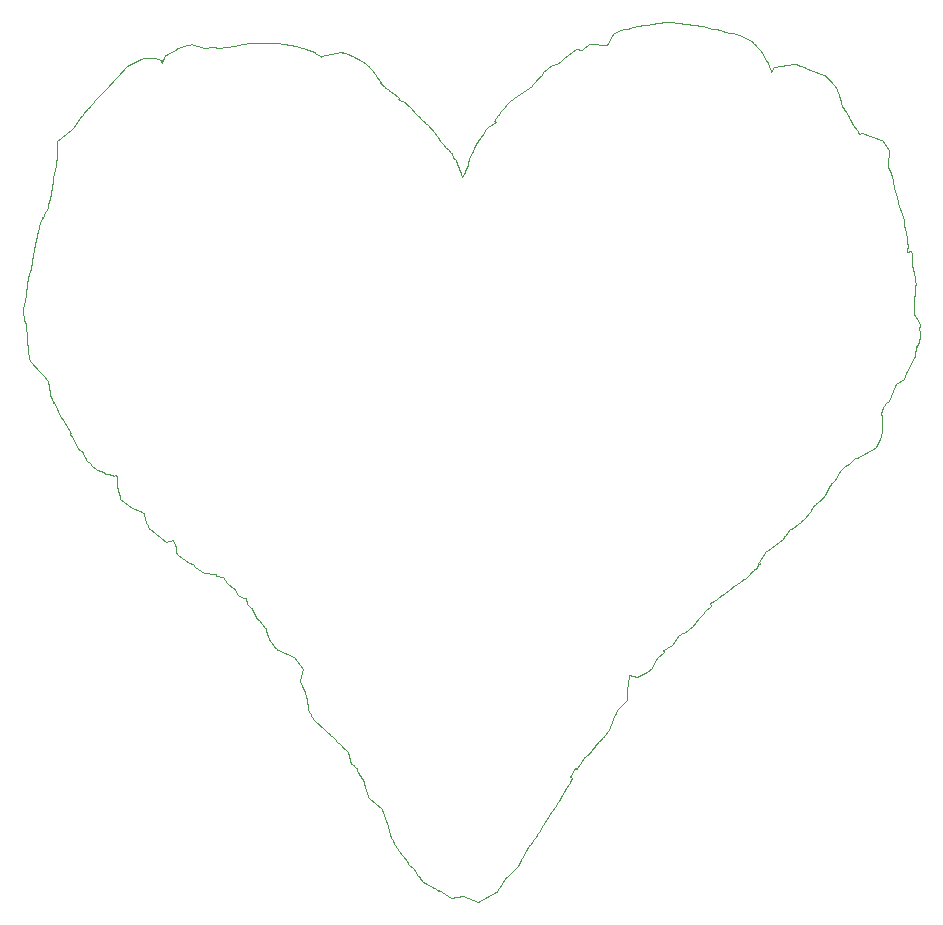
<source format=gbr>
%TF.GenerationSoftware,KiCad,Pcbnew,7.0.7*%
%TF.CreationDate,2023-11-30T00:30:30+01:00*%
%TF.ProjectId,geheimbadge,67656865-696d-4626-9164-67652e6b6963,0.1.0*%
%TF.SameCoordinates,Original*%
%TF.FileFunction,Profile,NP*%
%FSLAX46Y46*%
G04 Gerber Fmt 4.6, Leading zero omitted, Abs format (unit mm)*
G04 Created by KiCad (PCBNEW 7.0.7) date 2023-11-30 00:30:30*
%MOMM*%
%LPD*%
G01*
G04 APERTURE LIST*
%TA.AperFunction,Profile*%
%ADD10C,0.100000*%
%TD*%
G04 APERTURE END LIST*
D10*
X116981598Y-86861199D02*
X117026996Y-86862000D01*
X117106399Y-86864304D01*
X117144600Y-86865800D01*
X117231300Y-86869904D01*
X117265899Y-86871903D01*
X117352298Y-86877602D01*
X117388500Y-86880303D01*
X117483398Y-86888200D01*
X117512600Y-86890900D01*
X117611297Y-86900605D01*
X117645897Y-86904305D01*
X117744999Y-86915902D01*
X117769199Y-86918801D01*
X117868499Y-86931603D01*
X117891598Y-86934701D01*
X118014599Y-86952004D01*
X118036197Y-86955102D01*
X118141098Y-86971001D01*
X118162899Y-86974404D01*
X118331096Y-87001901D01*
X118371998Y-87008202D01*
X118468498Y-87022599D01*
X118570698Y-87036904D01*
X118674698Y-87050805D01*
X118853397Y-87072900D01*
X118970997Y-87086800D01*
X119083599Y-87099198D01*
X119189197Y-87110200D01*
X119288700Y-87119698D01*
X119397400Y-87129304D01*
X119417099Y-87131104D01*
X119483398Y-87137605D01*
X119501697Y-87139504D01*
X119544597Y-87144105D01*
X119572197Y-87147301D01*
X119622997Y-87153405D01*
X119653396Y-87157403D01*
X119690197Y-87162400D01*
X119719097Y-87166604D01*
X119756199Y-87172204D01*
X119793499Y-87178201D01*
X119819698Y-87182702D01*
X119868797Y-87191804D01*
X119896499Y-87197205D01*
X119952099Y-87209000D01*
X119970497Y-87213204D01*
X120033497Y-87228600D01*
X120047496Y-87232201D01*
X120195999Y-87288003D01*
X120219799Y-87285401D01*
X120225097Y-87287301D01*
X120221496Y-87297601D01*
X120257599Y-87311204D01*
X120282898Y-87309403D01*
X120295299Y-87314301D01*
X120294998Y-87315003D01*
X120381500Y-87312104D01*
X120599998Y-87408700D01*
X120625297Y-87408700D01*
X120645199Y-87409104D01*
X120738498Y-87413300D01*
X120755298Y-87414399D01*
X120855900Y-87423798D01*
X120874298Y-87426003D01*
X120979999Y-87441498D01*
X120996196Y-87444299D01*
X121078598Y-87460503D01*
X121104099Y-87466004D01*
X121160000Y-87479005D01*
X121171398Y-87481805D01*
X121240497Y-87500199D01*
X121249298Y-87502801D01*
X121296898Y-87516999D01*
X121323997Y-87525498D01*
X121361900Y-87537804D01*
X121379398Y-87543603D01*
X121423698Y-87559106D01*
X121449497Y-87568398D01*
X121501796Y-87588105D01*
X121530300Y-87599305D01*
X121561798Y-87612099D01*
X121586998Y-87622399D01*
X121617599Y-87635400D01*
X121677498Y-87661301D01*
X121697696Y-87669701D01*
X121713897Y-87676202D01*
X121734398Y-87684106D01*
X121750698Y-87690102D01*
X121768799Y-87696603D01*
X121788097Y-87703202D01*
X121803398Y-87708199D01*
X121826198Y-87715203D01*
X121848999Y-87721802D01*
X121878196Y-87722802D01*
X122011200Y-87731904D01*
X122085197Y-87739404D01*
X122201198Y-87754700D01*
X122286197Y-87768403D01*
X122392997Y-87788605D01*
X122482998Y-87808205D01*
X122575599Y-87830704D01*
X122668499Y-87855599D01*
X122756298Y-87881303D01*
X122846496Y-87910004D01*
X122929100Y-87938302D01*
X123025596Y-87973702D01*
X123102398Y-88003602D01*
X123190899Y-88040299D01*
X123272796Y-88076401D01*
X123361698Y-88117905D01*
X123436298Y-88154702D01*
X123517299Y-88196801D01*
X123599598Y-88242005D01*
X123677498Y-88287202D01*
X123756897Y-88335801D01*
X123823997Y-88379105D01*
X123912899Y-88439805D01*
X123969700Y-88481003D01*
X124068397Y-88557099D01*
X124114998Y-88595605D01*
X124218097Y-88686501D01*
X124237499Y-88704903D01*
X124327697Y-88897599D01*
X124793197Y-89318101D01*
X125295097Y-90267701D01*
X125349197Y-90238205D01*
X125358497Y-90255402D01*
X125358997Y-90255204D01*
X125363998Y-90265404D01*
X125364597Y-90266503D01*
X125365097Y-90266304D01*
X125367798Y-90272499D01*
X125373100Y-90282105D01*
X125375698Y-90289200D01*
X125377899Y-90293702D01*
X125377399Y-90293900D01*
X125377998Y-90295304D01*
X125378998Y-90297699D01*
X125379596Y-90297501D01*
X125384998Y-90313500D01*
X125386596Y-90317505D01*
X125388199Y-90317101D01*
X125394199Y-90339302D01*
X125572998Y-90824501D01*
X125578899Y-90852204D01*
X125590297Y-90910599D01*
X125596897Y-90947205D01*
X125602997Y-90983002D01*
X125610496Y-91028901D01*
X125615989Y-91065705D01*
X125906296Y-90644799D01*
X127604194Y-90395699D01*
X127606491Y-90387802D01*
X127676193Y-90408402D01*
X127701896Y-90415505D01*
X127726898Y-90422104D01*
X127728996Y-90422600D01*
X127750297Y-90427201D01*
X127750198Y-90427704D01*
X127750396Y-90427803D01*
X127748993Y-90433800D01*
X128124092Y-90534302D01*
X128161094Y-90549302D01*
X128208694Y-90569298D01*
X128255592Y-90589699D01*
X128284691Y-90602700D01*
X128313698Y-90615898D01*
X128335693Y-90626000D01*
X128381195Y-90647400D01*
X128408195Y-90660302D01*
X128471893Y-90691399D01*
X128505096Y-90707901D01*
X128564293Y-90738205D01*
X128586395Y-90749604D01*
X128684494Y-90801201D01*
X128714492Y-90816498D01*
X128730491Y-90824402D01*
X128744896Y-90831101D01*
X128772293Y-90843102D01*
X128788696Y-90849800D01*
X128808998Y-90857598D01*
X128812996Y-90859101D01*
X128830696Y-90864998D01*
X128848198Y-90870202D01*
X128855995Y-90871804D01*
X128912597Y-90872902D01*
X130160194Y-91341401D01*
X130172195Y-91351403D01*
X130212295Y-91386101D01*
X130230598Y-91402298D01*
X130269996Y-91438103D01*
X130302498Y-91468598D01*
X130330993Y-91495804D01*
X130373291Y-91536904D01*
X130387092Y-91550499D01*
X130427192Y-91590302D01*
X130442795Y-91605904D01*
X130495697Y-91659501D01*
X130504097Y-91668099D01*
X130558998Y-91724404D01*
X130622192Y-91790001D01*
X130631294Y-91799599D01*
X130676292Y-91846802D01*
X130692192Y-91863800D01*
X130736297Y-91911202D01*
X130762497Y-91939904D01*
X130793197Y-91974305D01*
X130821892Y-92007103D01*
X130858894Y-92050400D01*
X130895996Y-92095101D01*
X130912697Y-92115700D01*
X130956794Y-92172501D01*
X130976692Y-92199105D01*
X131017296Y-92255303D01*
X131032394Y-92277001D01*
X131089691Y-92364205D01*
X131099891Y-92380600D01*
X131142494Y-92452401D01*
X131151695Y-92468804D01*
X131195396Y-92550499D01*
X131205597Y-92570801D01*
X131246895Y-92657799D01*
X131256294Y-92678902D01*
X131285896Y-92748803D01*
X131298095Y-92779099D01*
X131324592Y-92849099D01*
X131336296Y-92881600D01*
X131353096Y-92930405D01*
X131367393Y-92973999D01*
X131382698Y-93022698D01*
X131397293Y-93070900D01*
X131407394Y-93105599D01*
X131426597Y-93173699D01*
X131434395Y-93202103D01*
X131451095Y-93265099D01*
X131455696Y-93282799D01*
X131476196Y-93362801D01*
X131479393Y-93375405D01*
X131516495Y-93524300D01*
X131531692Y-93581803D01*
X131545791Y-93633103D01*
X131559196Y-93679505D01*
X131574493Y-93729500D01*
X131585991Y-93765099D01*
X131598793Y-93802498D01*
X131614097Y-93844902D01*
X131624092Y-93871498D01*
X131639793Y-93909798D01*
X131646492Y-93925301D01*
X131659897Y-93955002D01*
X131677696Y-93991501D01*
X131679596Y-93995201D01*
X131698295Y-94029503D01*
X131704292Y-94040001D01*
X131710792Y-94050904D01*
X131730293Y-94081704D01*
X131735992Y-94090104D01*
X131783394Y-94157502D01*
X131794395Y-94173203D01*
X131833694Y-94230202D01*
X131850197Y-94254600D01*
X131875793Y-94292801D01*
X131886192Y-94308502D01*
X131929092Y-94374100D01*
X131944496Y-94398002D01*
X131990593Y-94470505D01*
X132006897Y-94496605D01*
X132045395Y-94559402D01*
X132059494Y-94582702D01*
X132107391Y-94663299D01*
X132115997Y-94677902D01*
X132135391Y-94711098D01*
X132151893Y-94739899D01*
X132186294Y-94801201D01*
X132203094Y-94831703D01*
X132234291Y-94889603D01*
X132259193Y-94937500D01*
X132277595Y-94973801D01*
X132297195Y-95013901D01*
X132317398Y-95056099D01*
X132323692Y-95069099D01*
X132348198Y-95117500D01*
X132372993Y-95164802D01*
X132406891Y-95227104D01*
X132438392Y-95283600D01*
X132475395Y-95348099D01*
X132509392Y-95405899D01*
X132526596Y-95434502D01*
X132559791Y-95488701D01*
X132589592Y-95535698D01*
X132642997Y-95617599D01*
X132656097Y-95637901D01*
X132690498Y-95692200D01*
X132697792Y-95703804D01*
X132737495Y-95767204D01*
X132747993Y-95784202D01*
X132776993Y-95831604D01*
X132787094Y-95848198D01*
X132822593Y-95907699D01*
X132840591Y-95938202D01*
X132873291Y-95995201D01*
X133041992Y-96211899D01*
X132985893Y-96255600D01*
X133053894Y-96336998D01*
X133354995Y-96224304D01*
X134947395Y-96833404D01*
X134952896Y-96826401D01*
X134958893Y-96831200D01*
X134959594Y-96830398D01*
X134965591Y-96835701D01*
X134965797Y-96835503D01*
X134966697Y-96836304D01*
X134966896Y-96836098D01*
X134968292Y-96837501D01*
X134968796Y-96837105D01*
X134975692Y-96844200D01*
X134975998Y-96844299D01*
X134978096Y-96846504D01*
X134986793Y-96853500D01*
X134987991Y-96855102D01*
X134993194Y-96859398D01*
X134992897Y-96859802D01*
X134994995Y-96861603D01*
X134993797Y-96862999D01*
X135598495Y-97681702D01*
X135498794Y-99046501D01*
X135517395Y-99074303D01*
X135529991Y-99094101D01*
X135570297Y-99159901D01*
X135580291Y-99176800D01*
X135616592Y-99241402D01*
X135627594Y-99261803D01*
X135663292Y-99331402D01*
X135674194Y-99353599D01*
X135702293Y-99413700D01*
X135714096Y-99440101D01*
X135742393Y-99506401D01*
X135754791Y-99536899D01*
X135777893Y-99596599D01*
X135787292Y-99622200D01*
X135806495Y-99676601D01*
X135817398Y-99709000D01*
X135832794Y-99756599D01*
X135844497Y-99794601D01*
X135860695Y-99850002D01*
X135871391Y-99888599D01*
X135884193Y-99937099D01*
X135894394Y-99977600D01*
X135905594Y-100025001D01*
X135916794Y-100074901D01*
X135925895Y-100117302D01*
X135936592Y-100170101D01*
X135944893Y-100213901D01*
X135953293Y-100260700D01*
X135959396Y-100297001D01*
X135969391Y-100359100D01*
X135974594Y-100393600D01*
X135982498Y-100448902D01*
X135986892Y-100481899D01*
X135996094Y-100555500D01*
X135999191Y-100582001D01*
X136007698Y-100657902D01*
X136010696Y-100678802D01*
X136014396Y-100700401D01*
X136020294Y-100731800D01*
X136025291Y-100756500D01*
X136033897Y-100796902D01*
X136040596Y-100827400D01*
X136049591Y-100865803D01*
X136058792Y-100903801D01*
X136067596Y-100938801D01*
X136089897Y-101023300D01*
X136100792Y-101062401D01*
X136111397Y-101099399D01*
X136136497Y-101182400D01*
X136147293Y-101216801D01*
X136156196Y-101243900D01*
X136187896Y-101336502D01*
X136194496Y-101356300D01*
X136206398Y-101392403D01*
X136211891Y-101409202D01*
X136225792Y-101452301D01*
X136231193Y-101469700D01*
X136241691Y-101503403D01*
X136246597Y-101519401D01*
X136261894Y-101570103D01*
X136268997Y-101594402D01*
X136291298Y-101672001D01*
X136298393Y-101697201D01*
X136309791Y-101738800D01*
X136314392Y-101756000D01*
X136326996Y-101803600D01*
X136331497Y-101821003D01*
X136341697Y-101860901D01*
X136345993Y-101878300D01*
X136353096Y-101907402D01*
X136357994Y-101927601D01*
X136368995Y-101975002D01*
X136376091Y-102006401D01*
X136389991Y-102070103D01*
X136397194Y-102104801D01*
X136404297Y-102140701D01*
X136410392Y-102172802D01*
X136413597Y-102190601D01*
X136419098Y-102222401D01*
X136425293Y-102259799D01*
X136438392Y-102352801D01*
X136440391Y-102369899D01*
X136445091Y-102415198D01*
X136445793Y-102417800D01*
X136446991Y-102422500D01*
X136449898Y-102432101D01*
X136459793Y-102462802D01*
X136464096Y-102474898D01*
X136470894Y-102492900D01*
X136473396Y-102499400D01*
X136481491Y-102519000D01*
X136484291Y-102525302D01*
X136488098Y-102533500D01*
X136491897Y-102541201D01*
X136515396Y-102583899D01*
X136547294Y-102644301D01*
X136561493Y-102672099D01*
X136584198Y-102718402D01*
X136593193Y-102737300D01*
X136618492Y-102792701D01*
X136627792Y-102813899D01*
X136657196Y-102884501D01*
X136666298Y-102907599D01*
X136706695Y-103019900D01*
X136713394Y-103040400D01*
X136741897Y-103166701D01*
X136753196Y-103180098D01*
X136753296Y-103180499D01*
X136745392Y-103182502D01*
X136749695Y-103201499D01*
X136796196Y-103261599D01*
X136893196Y-103718100D01*
X136875892Y-103816901D01*
X136886291Y-103893401D01*
X136899498Y-103891700D01*
X136900398Y-103898501D01*
X136893295Y-103944999D01*
X136910591Y-104072101D01*
X136912796Y-104071898D01*
X136913795Y-104082499D01*
X136914192Y-104082499D01*
X136914993Y-104095099D01*
X136915497Y-104098201D01*
X136915596Y-104098201D01*
X136915695Y-104099299D01*
X136917892Y-104112899D01*
X136918892Y-104118399D01*
X136920395Y-104126101D01*
X136924797Y-104146899D01*
X136930694Y-104172599D01*
X136936294Y-104194701D01*
X136941192Y-104212699D01*
X136946693Y-104230700D01*
X136960991Y-104273700D01*
X136982292Y-104341399D01*
X136985397Y-104352099D01*
X136998291Y-104397899D01*
X137003593Y-104417800D01*
X137015396Y-104463900D01*
X137023796Y-104498301D01*
X137031295Y-104530101D01*
X137036995Y-104555602D01*
X137042595Y-104581199D01*
X137050293Y-104617202D01*
X137056793Y-104649299D01*
X137073097Y-104732901D01*
X137080497Y-104773002D01*
X137096595Y-104865001D01*
X137101295Y-104893699D01*
X137109291Y-104943702D01*
X137111694Y-104959102D01*
X137118896Y-105006900D01*
X137120796Y-105019900D01*
X137129394Y-105079299D01*
X137131691Y-105095500D01*
X137138794Y-105147799D01*
X137140693Y-105161898D01*
X137147796Y-105217101D01*
X137150291Y-105237502D01*
X137162391Y-105339202D01*
X137165695Y-105368998D01*
X137171791Y-105427802D01*
X137172996Y-105440200D01*
X137178291Y-105495299D01*
X137180092Y-105514399D01*
X137197792Y-105716601D01*
X137203598Y-105777202D01*
X137208793Y-105826499D01*
X137213791Y-105868602D01*
X137218498Y-105904300D01*
X137223198Y-105933799D01*
X137225097Y-105944999D01*
X137224891Y-105944999D01*
X137226097Y-105952300D01*
X137150894Y-105964202D01*
X137179191Y-106336100D01*
X137516998Y-106262000D01*
X137517692Y-106265399D01*
X137523597Y-106298301D01*
X137524795Y-106297999D01*
X137527191Y-106310500D01*
X137526291Y-106313899D01*
X137542495Y-106405002D01*
X137543297Y-106404898D01*
X137544098Y-106410300D01*
X137543792Y-106412200D01*
X137545593Y-106422400D01*
X137547493Y-106436202D01*
X137556297Y-106510600D01*
X137558197Y-106529799D01*
X137562492Y-106579600D01*
X137565498Y-106620799D01*
X137567695Y-106653701D01*
X137571197Y-106715999D01*
X137572693Y-106746100D01*
X137575493Y-106814002D01*
X137578697Y-106899501D01*
X137579094Y-106912101D01*
X137589691Y-107261302D01*
X137591491Y-107304500D01*
X137596092Y-107390399D01*
X137598694Y-107427802D01*
X137601494Y-107464599D01*
X137609092Y-107550799D01*
X137616493Y-107622302D01*
X137621696Y-107665301D01*
X137628998Y-107718799D01*
X137631195Y-107733100D01*
X137634796Y-107754802D01*
X137640793Y-107772601D01*
X137651092Y-107803901D01*
X137671196Y-107866900D01*
X137681595Y-107900500D01*
X137696991Y-107951899D01*
X137706192Y-107983500D01*
X137722397Y-108041099D01*
X137733398Y-108082000D01*
X137746895Y-108134200D01*
X137755996Y-108170298D01*
X137768295Y-108221900D01*
X137776397Y-108257201D01*
X137787193Y-108306201D01*
X137796898Y-108352698D01*
X137805793Y-108398200D01*
X137814193Y-108444499D01*
X137821892Y-108489199D01*
X137828697Y-108531699D01*
X137834991Y-108573901D01*
X137842994Y-108633899D01*
X137848396Y-108679801D01*
X137853592Y-108728900D01*
X137855896Y-108753600D01*
X137859894Y-108803698D01*
X137862495Y-108842299D01*
X137866394Y-108921801D01*
X137867294Y-108955500D01*
X137868095Y-109011599D01*
X137868095Y-109031401D01*
X137866691Y-109107001D01*
X137865692Y-109131999D01*
X137860695Y-109217101D01*
X137858993Y-109237899D01*
X137852592Y-109303401D01*
X137851097Y-109317199D01*
X137837196Y-109416900D01*
X137834991Y-109430201D01*
X137818397Y-109518500D01*
X137815796Y-109530600D01*
X137813194Y-109553401D01*
X137809097Y-109594802D01*
X137804992Y-109642100D01*
X137800796Y-109695701D01*
X137796592Y-109755999D01*
X137792495Y-109819098D01*
X137784195Y-109970599D01*
X137776596Y-110137401D01*
X137773292Y-110222201D01*
X137767395Y-110405700D01*
X137764793Y-110502101D01*
X137762794Y-110590098D01*
X137760894Y-110690200D01*
X137759597Y-110780398D01*
X137756492Y-111076999D01*
X137755897Y-111201201D01*
X137755798Y-111311000D01*
X137756294Y-111414698D01*
X137757194Y-111491702D01*
X137759094Y-111566401D01*
X137760894Y-111614200D01*
X137796493Y-111675002D01*
X137798393Y-111676299D01*
X137804191Y-111686301D01*
X137803398Y-111686801D01*
X137823196Y-111720599D01*
X137826393Y-111726600D01*
X137789291Y-111746798D01*
X138084991Y-112073100D01*
X138209495Y-112494399D01*
X138190391Y-112860400D01*
X138201393Y-112930499D01*
X138205391Y-112959899D01*
X138214798Y-113042399D01*
X138217796Y-113073802D01*
X138223793Y-113156901D01*
X138225395Y-113189200D01*
X138227997Y-113276301D01*
X138228195Y-113303599D01*
X138227295Y-113383601D01*
X138226394Y-113409701D01*
X138221695Y-113496501D01*
X138219993Y-113519900D01*
X138210495Y-113614699D01*
X138207992Y-113635001D01*
X138192795Y-113736102D01*
X138190597Y-113748599D01*
X138169998Y-113850299D01*
X138167495Y-113860801D01*
X138144096Y-113924201D01*
X138147194Y-113939799D01*
X138147094Y-113940200D01*
X138138992Y-113938102D01*
X138092392Y-114064700D01*
X138096298Y-114102099D01*
X138093795Y-114109099D01*
X138078094Y-114103400D01*
X138049797Y-114180098D01*
X138051094Y-114214400D01*
X138045494Y-114227401D01*
X138034195Y-114222400D01*
X138020294Y-114260199D01*
X138020294Y-114281298D01*
X138019096Y-114283801D01*
X138012695Y-114280700D01*
X137992393Y-114335799D01*
X137991295Y-114338000D01*
X137939995Y-114311301D01*
X137888992Y-114611602D01*
X137792793Y-114747302D01*
X137787895Y-114994800D01*
X137787597Y-115009002D01*
X137786796Y-115040500D01*
X137785095Y-115085700D01*
X137783294Y-115121901D01*
X137082695Y-116545901D01*
X137078598Y-116549399D01*
X136899994Y-117086799D01*
X136228897Y-117459899D01*
X136154297Y-117639800D01*
X136127891Y-117628901D01*
X135596695Y-118911797D01*
X135347892Y-119104096D01*
X135168098Y-119347600D01*
X135162697Y-119378697D01*
X135160492Y-119391198D01*
X135148895Y-119455899D01*
X135120598Y-119609399D01*
X135008094Y-119588597D01*
X134956093Y-120107900D01*
X135052391Y-120115498D01*
X135050392Y-120140797D01*
X135046791Y-120193398D01*
X135043892Y-120246198D01*
X135041595Y-120298299D01*
X135039993Y-120347798D01*
X135039192Y-120393697D01*
X135038894Y-120441499D01*
X135039291Y-120495499D01*
X135040191Y-120535600D01*
X135041794Y-120580800D01*
X135049293Y-120725400D01*
X135052597Y-120794900D01*
X135053497Y-120816098D01*
X135056091Y-120886300D01*
X135056793Y-120908196D01*
X135058197Y-120960000D01*
X135058792Y-120993699D01*
X135059196Y-121039300D01*
X135059196Y-121073399D01*
X135058891Y-121114999D01*
X135057892Y-121164098D01*
X135056892Y-121196198D01*
X135053993Y-121256699D01*
X135051498Y-121296899D01*
X135046692Y-121358399D01*
X135044296Y-121384099D01*
X135038093Y-121441098D01*
X135035896Y-121459100D01*
X135023491Y-121544900D01*
X135020393Y-121563699D01*
X135008598Y-121627599D01*
X135003692Y-121652097D01*
X134986992Y-121727898D01*
X134983597Y-121741799D01*
X134964592Y-121814500D01*
X134957397Y-121840199D01*
X134940597Y-121896600D01*
X134935196Y-121913999D01*
X134917892Y-121966496D01*
X134906791Y-121998799D01*
X134888893Y-122048798D01*
X134879295Y-122074498D01*
X134863495Y-122115197D01*
X134846496Y-122157800D01*
X134833297Y-122190099D01*
X134816292Y-122230496D01*
X134806991Y-122252396D01*
X134784096Y-122305199D01*
X134773391Y-122329400D01*
X134763298Y-122351998D01*
X134753494Y-122373498D01*
X134724792Y-122435300D01*
X134717598Y-122450700D01*
X134703193Y-122481099D01*
X134692192Y-122503899D01*
X134655891Y-122578099D01*
X134643295Y-122603299D01*
X134609398Y-122670197D01*
X134596595Y-122694898D01*
X134564392Y-122756398D01*
X134551796Y-122779897D01*
X134522094Y-122834798D01*
X134505592Y-122864697D01*
X134476997Y-122915299D01*
X132921394Y-123722398D01*
X132925194Y-123731099D01*
X132778991Y-123796300D01*
X132619392Y-123878999D01*
X132219093Y-124251099D01*
X132192894Y-124266297D01*
X132167297Y-124281098D01*
X132117294Y-124309197D01*
X132088295Y-124325299D01*
X132063591Y-124338696D01*
X132040191Y-124351197D01*
X131979797Y-124382897D01*
X131965095Y-124390599D01*
X131950096Y-124398297D01*
X131947998Y-124399400D01*
X131936897Y-124405499D01*
X131935898Y-124406098D01*
X131930595Y-124409398D01*
X131928894Y-124410497D01*
X131904197Y-124427697D01*
X131872093Y-124451997D01*
X131836097Y-124481099D01*
X131787895Y-124522500D01*
X131744697Y-124561799D01*
X131695396Y-124608899D01*
X131646896Y-124657597D01*
X131601295Y-124705697D01*
X131563896Y-124747098D01*
X131520996Y-124797097D01*
X131495491Y-124828698D01*
X131471397Y-124860597D01*
X131462494Y-124873498D01*
X131454391Y-124889897D01*
X131452591Y-124888997D01*
X131440498Y-124909699D01*
X131429794Y-124903397D01*
X131096595Y-125509698D01*
X131084793Y-125522797D01*
X131026596Y-125584599D01*
X131023796Y-125587399D01*
X130803291Y-125867997D01*
X130750595Y-125891797D01*
X130747497Y-125909097D01*
X130746696Y-125910298D01*
X130704193Y-125938897D01*
X130694298Y-125976498D01*
X130693596Y-125977300D01*
X130687294Y-125980496D01*
X130673095Y-126043199D01*
X130666893Y-126068200D01*
X130245994Y-126887399D01*
X130244194Y-126889600D01*
X130156296Y-126985898D01*
X130140991Y-127001599D01*
X130091194Y-127050897D01*
X130074394Y-127067098D01*
X130030098Y-127108197D01*
X130009895Y-127126397D01*
X129981895Y-127151196D01*
X129960495Y-127169698D01*
X129927894Y-127197400D01*
X129812797Y-127292996D01*
X129738594Y-127356000D01*
X129669693Y-127415597D01*
X129598594Y-127478700D01*
X129535392Y-127536199D01*
X129475593Y-127591897D01*
X129417595Y-127647500D01*
X129364593Y-127699799D01*
X129312492Y-127752698D01*
X129271698Y-127795598D01*
X129216392Y-127855798D01*
X129191894Y-127883698D01*
X129153091Y-127929398D01*
X129130897Y-127956998D01*
X129108993Y-127985597D01*
X129094391Y-128005898D01*
X129087494Y-128016099D01*
X129078598Y-128034200D01*
X129059395Y-128072499D01*
X128998794Y-128184598D01*
X128985496Y-128207398D01*
X128923095Y-128307698D01*
X128900894Y-128341100D01*
X128854492Y-128407899D01*
X128827194Y-128445599D01*
X128773094Y-128516797D01*
X128732292Y-128567998D01*
X128692993Y-128615899D01*
X128658691Y-128656400D01*
X128618293Y-128702599D01*
X128568596Y-128757699D01*
X128530594Y-128798798D01*
X128478798Y-128852998D01*
X128444496Y-128888097D01*
X128388092Y-128944398D01*
X128349991Y-128981500D01*
X128284996Y-129042996D01*
X128250892Y-129074597D01*
X128191192Y-129128499D01*
X128156692Y-129158898D01*
X128085693Y-129220197D01*
X128054497Y-129246499D01*
X127989692Y-129300198D01*
X127954696Y-129328496D01*
X127875297Y-129391301D01*
X127840797Y-129417996D01*
X127776092Y-129466798D01*
X127740196Y-129493298D01*
X127666191Y-129546697D01*
X127630195Y-129572099D01*
X127556999Y-129622498D01*
X127515297Y-129650399D01*
X127432289Y-129704499D01*
X127391090Y-129730595D01*
X127328697Y-129769200D01*
X127280800Y-129797799D01*
X127196296Y-129846799D01*
X127186195Y-129852696D01*
X127155189Y-129870396D01*
X127133995Y-129882798D01*
X127058998Y-130029996D01*
X127056595Y-130033799D01*
X126778793Y-130373097D01*
X126773193Y-130383397D01*
X126759193Y-130410100D01*
X126747093Y-130433797D01*
X126734199Y-130459500D01*
X126678695Y-130574300D01*
X125287800Y-131661298D01*
X125219497Y-131644498D01*
X124632599Y-132576596D01*
X124719597Y-132632497D01*
X124714397Y-132640698D01*
X124714599Y-132640798D01*
X124713600Y-132642400D01*
X124713997Y-132642697D01*
X124695099Y-132669797D01*
X124695648Y-132670248D01*
X124696197Y-132670697D01*
X124679897Y-132691396D01*
X124664497Y-132713899D01*
X124661197Y-132718396D01*
X124659698Y-132717297D01*
X124646499Y-132734197D01*
X124570697Y-132674901D01*
X124521698Y-132752698D01*
X124407997Y-133041398D01*
X124258899Y-133179398D01*
X124253998Y-133181600D01*
X124252899Y-133184998D01*
X124246299Y-133190999D01*
X124226497Y-133193898D01*
X124220798Y-133196500D01*
X124212997Y-133221799D01*
X124208599Y-133225896D01*
X124199600Y-133227597D01*
X124197300Y-133236398D01*
X124192497Y-133240899D01*
X124158798Y-133248601D01*
X124151897Y-133278397D01*
X124150097Y-133280099D01*
X124143898Y-133281697D01*
X124142898Y-133286698D01*
X124139698Y-133289700D01*
X124090599Y-133304898D01*
X124071800Y-133352498D01*
X124069000Y-133355199D01*
X124059597Y-133358899D01*
X124056499Y-133366200D01*
X124052700Y-133369496D01*
X124041698Y-133373296D01*
X124037399Y-133384297D01*
X124034099Y-133387498D01*
X124027099Y-133390599D01*
X124025200Y-133395596D01*
X124023399Y-133397298D01*
X123970600Y-133423497D01*
X123955700Y-133459897D01*
X123952400Y-133462899D01*
X123950397Y-133463998D01*
X123949699Y-133465596D01*
X123944797Y-133470097D01*
X123937896Y-133470700D01*
X123934700Y-133472398D01*
X123930698Y-133482900D01*
X123928200Y-133485299D01*
X123912697Y-133487401D01*
X123905300Y-133506596D01*
X123902099Y-133509599D01*
X123867397Y-133515500D01*
X123851200Y-133556798D01*
X123845497Y-133561997D01*
X123842296Y-133562695D01*
X123810299Y-133641797D01*
X123452598Y-133967000D01*
X123338096Y-133979699D01*
X123329399Y-133988400D01*
X123282398Y-134033898D01*
X123260998Y-134053899D01*
X123212497Y-134097798D01*
X123191200Y-134116597D01*
X123144497Y-134156300D01*
X123112297Y-134182797D01*
X123048599Y-134233197D01*
X123029499Y-134247701D01*
X122989300Y-134276498D01*
X122985798Y-134283398D01*
X122528198Y-134627400D01*
X122475998Y-134557896D01*
X122362900Y-134643399D01*
X122404499Y-134701798D01*
X121418998Y-135403500D01*
X121399898Y-135376599D01*
X121306400Y-135470296D01*
X121312000Y-135475499D01*
X121305698Y-135482297D01*
X121306297Y-135482900D01*
X121295498Y-135493497D01*
X121292099Y-135497899D01*
X121286499Y-135505696D01*
X121283100Y-135510697D01*
X121280899Y-135514298D01*
X121272098Y-135532498D01*
X121271648Y-135532247D01*
X121271423Y-135532122D01*
X121271198Y-135531999D01*
X121270698Y-135532899D01*
X121270598Y-135532850D01*
X121270498Y-135532799D01*
X121270298Y-135532697D01*
X121269298Y-135534497D01*
X121269148Y-135534399D01*
X121269072Y-135534350D01*
X121269034Y-135534324D01*
X121268997Y-135534299D01*
X121268947Y-135534399D01*
X121268923Y-135534448D01*
X121268898Y-135534497D01*
X121258297Y-135528199D01*
X121252098Y-135524701D01*
X121065597Y-135711400D01*
X120775497Y-135848096D01*
X120768898Y-135833897D01*
X120426998Y-136066197D01*
X120583000Y-136259999D01*
X120049900Y-136689198D01*
X120046798Y-136695298D01*
X120031700Y-136723798D01*
X119996700Y-136787099D01*
X119984100Y-136808896D01*
X119946598Y-136871297D01*
X119937298Y-136886098D01*
X119879997Y-136972600D01*
X119866996Y-136991097D01*
X119420997Y-137425496D01*
X119426498Y-137430997D01*
X119423500Y-137433999D01*
X119423649Y-137434198D01*
X119423723Y-137434298D01*
X119423797Y-137434399D01*
X119421299Y-137436696D01*
X119421600Y-137436997D01*
X119410900Y-137446797D01*
X119411049Y-137446947D01*
X119411123Y-137447022D01*
X119411197Y-137447099D01*
X119407097Y-137450597D01*
X119406448Y-137451249D01*
X119405800Y-137451897D01*
X119396000Y-137462899D01*
X119389396Y-137470601D01*
X119378597Y-137483395D01*
X119366298Y-137498601D01*
X119360599Y-137505898D01*
X119350300Y-137519498D01*
X119336696Y-137537999D01*
X119325699Y-137553399D01*
X119320598Y-137560899D01*
X119311798Y-137574201D01*
X119266498Y-137645596D01*
X119253898Y-137665295D01*
X119234798Y-137694600D01*
X119215500Y-137723699D01*
X119197597Y-137750195D01*
X119167099Y-137793996D01*
X119146099Y-137823399D01*
X119102699Y-137881898D01*
X119095199Y-137891499D01*
X119065998Y-137928498D01*
X119054798Y-137942296D01*
X118259098Y-138533997D01*
X118245098Y-138539800D01*
X118150398Y-138575799D01*
X118131698Y-138582398D01*
X118089699Y-138596600D01*
X118062099Y-138605596D01*
X118009399Y-138622098D01*
X118007297Y-138622701D01*
X117904297Y-138763898D01*
X117875599Y-138743001D01*
X117229999Y-139629399D01*
X117015598Y-139744496D01*
X116977798Y-139797799D01*
X116951198Y-139778996D01*
X116699997Y-139913800D01*
X116623699Y-139931699D01*
X116561199Y-139988297D01*
X116548999Y-139994798D01*
X116535797Y-139970097D01*
X116467998Y-140027398D01*
X116461899Y-140027299D01*
X116580799Y-140159798D01*
X115959400Y-140717599D01*
X115918598Y-140828900D01*
X115915996Y-140834199D01*
X115871196Y-140812199D01*
X115543297Y-141546597D01*
X115132698Y-141893796D01*
X114312198Y-142310498D01*
X113573097Y-142152196D01*
X113576999Y-142242696D01*
X113577297Y-142289296D01*
X113574398Y-142412396D01*
X113571098Y-142471700D01*
X113562599Y-142576898D01*
X113554897Y-142647797D01*
X113542499Y-142741998D01*
X113531097Y-142814999D01*
X113515697Y-142900800D01*
X113499199Y-142982999D01*
X113482300Y-143059499D01*
X113464699Y-143131898D01*
X113438198Y-144232198D01*
X112601398Y-145056500D01*
X112571197Y-145139096D01*
X112553997Y-145188596D01*
X112532798Y-145252198D01*
X112507900Y-145332398D01*
X112497497Y-145368298D01*
X112486999Y-145408299D01*
X112483799Y-145422200D01*
X112482300Y-145438001D01*
X112481449Y-145437898D01*
X112480598Y-145437798D01*
X112477096Y-145459298D01*
X112450798Y-145454999D01*
X111995498Y-146558400D01*
X112000198Y-146561696D01*
X111999897Y-146562199D01*
X112000900Y-146563001D01*
X111990898Y-146575997D01*
X111991100Y-146576199D01*
X111985798Y-146582898D01*
X111984798Y-146584397D01*
X111983799Y-146586797D01*
X111981899Y-146588899D01*
X111977497Y-146596398D01*
X111972698Y-146607198D01*
X111970497Y-146610997D01*
X111969799Y-146612397D01*
X111969700Y-146612397D01*
X111803199Y-146910298D01*
X111788398Y-146932099D01*
X111750999Y-146985196D01*
X111731399Y-147012097D01*
X111707496Y-147044400D01*
X111687099Y-147071298D01*
X111668197Y-147095700D01*
X111648399Y-147120999D01*
X111625396Y-147149800D01*
X111599399Y-147181798D01*
X111579696Y-147205598D01*
X111547798Y-147243596D01*
X111534298Y-147259499D01*
X111508598Y-147289498D01*
X111491996Y-147308499D01*
X111455799Y-147349698D01*
X111444698Y-147362298D01*
X111417099Y-147393098D01*
X111401600Y-147410100D01*
X111361797Y-147453698D01*
X111344299Y-147472497D01*
X111306698Y-147512498D01*
X111293998Y-147525899D01*
X111265697Y-147555497D01*
X111247597Y-147574098D01*
X111207699Y-147614797D01*
X111196899Y-147625699D01*
X111153099Y-147669598D01*
X111133899Y-147688497D01*
X111094898Y-147726598D01*
X111077797Y-147743100D01*
X111005497Y-147811997D01*
X110971496Y-147845197D01*
X110937500Y-147879098D01*
X110907497Y-147909497D01*
X110874698Y-147943601D01*
X110845298Y-147974698D01*
X110817798Y-148004498D01*
X110796497Y-148028199D01*
X110769397Y-148059098D01*
X110747799Y-148084096D01*
X110729999Y-148105599D01*
X110725399Y-148111199D01*
X110609997Y-148319299D01*
X110610197Y-148319448D01*
X110610297Y-148319523D01*
X110610397Y-148319600D01*
X110607097Y-148324696D01*
X110605297Y-148327798D01*
X110601597Y-148333398D01*
X110599098Y-148335500D01*
X110483299Y-148493798D01*
X110466598Y-148514398D01*
X110392997Y-148599500D01*
X110370800Y-148623799D01*
X110326297Y-148670998D01*
X110309398Y-148688199D01*
X110281196Y-148716599D01*
X110266899Y-148730798D01*
X110244899Y-148752099D01*
X110230900Y-148765500D01*
X110194198Y-148799600D01*
X110171200Y-148820500D01*
X110147899Y-148841397D01*
X110133999Y-148853597D01*
X110100799Y-148882199D01*
X110082798Y-148897298D01*
X110054600Y-148920598D01*
X110034599Y-148936898D01*
X110002197Y-148962697D01*
X109982399Y-148977998D01*
X109952099Y-149001199D01*
X109911098Y-149031796D01*
X109909298Y-149033200D01*
X109905800Y-149036000D01*
X109890198Y-149048898D01*
X109882099Y-149055898D01*
X109867599Y-149068997D01*
X109853698Y-149082097D01*
X109849598Y-149086099D01*
X109824398Y-149111298D01*
X109807598Y-149129300D01*
X109788597Y-149150498D01*
X109777397Y-149163499D01*
X109773800Y-149167897D01*
X109764599Y-149179398D01*
X109758098Y-149191598D01*
X109750198Y-149206296D01*
X109730900Y-149241597D01*
X109705997Y-149285798D01*
X109675499Y-149338597D01*
X109660099Y-149364697D01*
X109624199Y-149424600D01*
X109608597Y-149450200D01*
X109573200Y-149507199D01*
X109557697Y-149531796D01*
X109518497Y-149592900D01*
X109505298Y-149613297D01*
X109458896Y-149683896D01*
X109445198Y-149704499D01*
X109399997Y-149771199D01*
X109383598Y-149795098D01*
X109350696Y-149842397D01*
X109332699Y-149867799D01*
X109291500Y-149925099D01*
X109273597Y-149949399D01*
X109233497Y-150003499D01*
X109213997Y-150030499D01*
X109205799Y-150042199D01*
X109197597Y-150054398D01*
X109196697Y-150056199D01*
X109196499Y-150056096D01*
X109193798Y-150060197D01*
X109192299Y-150063100D01*
X109192224Y-150063074D01*
X109192148Y-150063049D01*
X109192072Y-150063024D01*
X109191997Y-150063001D01*
X109191498Y-150063897D01*
X109191498Y-150063798D01*
X109186397Y-150072598D01*
X109186197Y-150072547D01*
X109186097Y-150072523D01*
X109185997Y-150072499D01*
X109181099Y-150080399D01*
X109180896Y-150080296D01*
X109178997Y-150083096D01*
X109073898Y-150015397D01*
X108642597Y-150780297D01*
X108660698Y-150791894D01*
X108777198Y-150861497D01*
X108774997Y-150865296D01*
X108775398Y-150865594D01*
X108769897Y-150874093D01*
X108770500Y-150874497D01*
X108763599Y-150884293D01*
X108757698Y-150894196D01*
X108747497Y-150913094D01*
X108733097Y-150941094D01*
X108720699Y-150965791D01*
X108698898Y-151011193D01*
X108692898Y-151023591D01*
X108660999Y-151088593D01*
X108643997Y-151122697D01*
X108598400Y-151211396D01*
X108583297Y-151240266D01*
X108536697Y-151327454D01*
X108524700Y-151349625D01*
X108471798Y-151445619D01*
X108460899Y-151465211D01*
X108397400Y-151577432D01*
X108388500Y-151593125D01*
X108314998Y-151720414D01*
X108307098Y-151733994D01*
X108232097Y-151861497D01*
X108224998Y-151873551D01*
X108144397Y-152008485D01*
X108138199Y-152018708D01*
X108055198Y-152155831D01*
X108049297Y-152165528D01*
X107949798Y-152327851D01*
X107856998Y-152477342D01*
X107748798Y-152649857D01*
X107641800Y-152818650D01*
X107523197Y-153004426D01*
X107412098Y-153176637D01*
X107288398Y-153366975D01*
X107173099Y-153542428D01*
X107047397Y-153732438D01*
X106923000Y-153918824D01*
X106746898Y-154180657D01*
X106662399Y-154307137D01*
X106578499Y-154434022D01*
X106501499Y-154551957D01*
X106432296Y-154659135D01*
X106372200Y-154753602D01*
X106318897Y-154839051D01*
X106303699Y-154863831D01*
X106270897Y-154918656D01*
X106260898Y-154938935D01*
X106260498Y-154938752D01*
X106223697Y-155013215D01*
X106216598Y-155026505D01*
X106185997Y-155081452D01*
X106159099Y-155128144D01*
X106136200Y-155167024D01*
X106099498Y-155227418D01*
X106085598Y-155250001D01*
X106047397Y-155311143D01*
X106038299Y-155325631D01*
X105988498Y-155403718D01*
X105978199Y-155419778D01*
X105918197Y-155511994D01*
X105852600Y-155611901D01*
X105844200Y-155624574D01*
X105781997Y-155717637D01*
X105775898Y-155726678D01*
X105710998Y-155822663D01*
X105639999Y-155926782D01*
X105633697Y-155936021D01*
X105568298Y-156030763D01*
X105560997Y-156041154D01*
X105496700Y-156133164D01*
X105490299Y-156142243D01*
X105427997Y-156230187D01*
X105420597Y-156240517D01*
X105361297Y-156323212D01*
X105351299Y-156336961D01*
X105301098Y-156405732D01*
X105286098Y-156425958D01*
X105237697Y-156490434D01*
X105221897Y-156511216D01*
X105183197Y-156561463D01*
X105154697Y-156597527D01*
X105126999Y-156631852D01*
X105077099Y-156691255D01*
X105070297Y-156698975D01*
X105059498Y-156715058D01*
X105052200Y-156726273D01*
X105041298Y-156743348D01*
X105007698Y-156798028D01*
X104973999Y-156854646D01*
X104932598Y-156926782D01*
X104917297Y-156954102D01*
X104876198Y-157029588D01*
X104836399Y-157104897D01*
X104784397Y-157206307D01*
X104775299Y-157223771D01*
X104753498Y-157265443D01*
X104739399Y-157291825D01*
X104713497Y-157339341D01*
X104699798Y-157364045D01*
X104676899Y-157404771D01*
X104657799Y-157437943D01*
X104636398Y-157474252D01*
X104617897Y-157505113D01*
X104602298Y-157530564D01*
X104568599Y-157583688D01*
X104555000Y-157604401D01*
X104523098Y-157651444D01*
X104502998Y-157680222D01*
X104451698Y-157749986D01*
X104199798Y-158288117D01*
X103874199Y-158619218D01*
X103859996Y-158639192D01*
X103840000Y-158666711D01*
X103786499Y-158737077D01*
X103764797Y-158764291D01*
X103726497Y-158811067D01*
X103717899Y-158821214D01*
X103643398Y-158904298D01*
X103631897Y-158916444D01*
X103541698Y-159005868D01*
X103538597Y-159008683D01*
X103391998Y-159109437D01*
X103266300Y-159237321D01*
X103243099Y-159248628D01*
X103241798Y-159248681D01*
X103241624Y-159248914D01*
X103241449Y-159249145D01*
X103241100Y-159249604D01*
X103228798Y-159255677D01*
X103224098Y-159256074D01*
X103219398Y-159262048D01*
X103186199Y-159305077D01*
X103147899Y-159356522D01*
X103111500Y-159406602D01*
X103066799Y-159469865D01*
X103022598Y-159533967D01*
X102976597Y-159602113D01*
X102930099Y-159672311D01*
X102784797Y-159897233D01*
X102778198Y-159907472D01*
X102654297Y-160096635D01*
X102647400Y-160107072D01*
X102556797Y-160243668D01*
X102549499Y-160254517D01*
X102476497Y-160363084D01*
X102465500Y-160379166D01*
X102399997Y-160474519D01*
X102387100Y-160493104D01*
X102360397Y-160531007D01*
X100803699Y-161378037D01*
X99539699Y-160829438D01*
X98506199Y-161039613D01*
X97553699Y-160366639D01*
X97530098Y-160421769D01*
X97458198Y-160391023D01*
X97458000Y-160391297D01*
X97454799Y-160389588D01*
X97444397Y-160385117D01*
X97444797Y-160384217D01*
X97398998Y-160359773D01*
X97398399Y-160360658D01*
X97388199Y-160353974D01*
X97382999Y-160351212D01*
X97383198Y-160350770D01*
X97321598Y-160310731D01*
X97322300Y-160309678D01*
X97293297Y-160287278D01*
X97292499Y-160288163D01*
X97280800Y-160277604D01*
X97275097Y-160273225D01*
X97275497Y-160272797D01*
X97242698Y-160243272D01*
X97242099Y-160243867D01*
X97234997Y-160236344D01*
X97229999Y-160231843D01*
X97230400Y-160231416D01*
X97196197Y-160194886D01*
X97195999Y-160195054D01*
X97193798Y-160192338D01*
X97181797Y-160179498D01*
X97182800Y-160178552D01*
X97161197Y-160151658D01*
X97159897Y-160152528D01*
X97137699Y-160119477D01*
X96308998Y-159772172D01*
X96301498Y-159777894D01*
X96291500Y-159764848D01*
X96291425Y-159764808D01*
X96291349Y-159764768D01*
X96291273Y-159764731D01*
X96291236Y-159764713D01*
X96291198Y-159764695D01*
X96286499Y-159758317D01*
X96281898Y-159752297D01*
X96276100Y-159745217D01*
X96274799Y-159743638D01*
X96260498Y-159728013D01*
X96250396Y-159717683D01*
X96215500Y-159683488D01*
X96178699Y-159646455D01*
X96159198Y-159626351D01*
X96114097Y-159578233D01*
X96103897Y-159566926D01*
X96079998Y-159540147D01*
X96067699Y-159526017D01*
X96039398Y-159492997D01*
X96019996Y-159469865D01*
X95965999Y-159402345D01*
X95948498Y-159379517D01*
X95883400Y-159289567D01*
X95872699Y-159273751D01*
X95815300Y-159178017D01*
X95745998Y-159130174D01*
X95432796Y-158580186D01*
X95440899Y-158575593D01*
X94903999Y-158102738D01*
X94887600Y-158059174D01*
X94869999Y-158013711D01*
X94865696Y-158003404D01*
X94859600Y-157989472D01*
X94845096Y-157958314D01*
X94835300Y-157938081D01*
X94819095Y-157907441D01*
X94811100Y-157892831D01*
X94792896Y-157860841D01*
X94781898Y-157842652D01*
X94763199Y-157812638D01*
X94744999Y-157784791D01*
X94717098Y-157743951D01*
X94697899Y-157716927D01*
X94671497Y-157681077D01*
X94657799Y-157662995D01*
X94629696Y-157627152D01*
X94599899Y-157590478D01*
X94572300Y-157557526D01*
X94541797Y-157522088D01*
X94498600Y-157473451D01*
X94483997Y-157456834D01*
X94429798Y-157394441D01*
X94387199Y-157343751D01*
X94327297Y-157270051D01*
X94292896Y-157226502D01*
X94240497Y-157158158D01*
X94212200Y-157120347D01*
X94153400Y-157039948D01*
X94124096Y-156998643D01*
X94063999Y-156911851D01*
X94040600Y-156877366D01*
X93982601Y-156789758D01*
X93959896Y-156754678D01*
X93903896Y-156666108D01*
X93881496Y-156629838D01*
X93829097Y-156542848D01*
X93809997Y-156510468D01*
X93752998Y-156411866D01*
X93732700Y-156375855D01*
X93683998Y-156287408D01*
X93664798Y-156251542D01*
X93619198Y-156164651D01*
X93598699Y-156124421D01*
X93557400Y-156040986D01*
X93535101Y-155994492D01*
X93496799Y-155911897D01*
X93475200Y-155863801D01*
X93439800Y-155781938D01*
X93414900Y-155721421D01*
X93391300Y-155661652D01*
X93366600Y-155595582D01*
X93345899Y-155536958D01*
X93317501Y-155450456D01*
X93304500Y-155407647D01*
X93274200Y-155296433D01*
X93268400Y-155272157D01*
X93231600Y-155015656D01*
X93228500Y-155000031D01*
X93228000Y-154998177D01*
X93224300Y-154985658D01*
X93223400Y-154985754D01*
X93222500Y-154985856D01*
X93221500Y-154976197D01*
X93218601Y-154966561D01*
X93207901Y-154933732D01*
X93191299Y-154885781D01*
X93173000Y-154835618D01*
X93152099Y-154780793D01*
X93130899Y-154727631D01*
X93102701Y-154660355D01*
X93083101Y-154615495D01*
X93062500Y-154570084D01*
X93042000Y-154527375D01*
X93028499Y-154500901D01*
X93021700Y-154488267D01*
X93009901Y-154469636D01*
X92801700Y-153768998D01*
X92796600Y-153771134D01*
X92795000Y-153767281D01*
X92794599Y-153767457D01*
X92787599Y-153749543D01*
X92787201Y-153748444D01*
X92787163Y-153748456D01*
X92787125Y-153748466D01*
X92787088Y-153748476D01*
X92787050Y-153748485D01*
X92786975Y-153748503D01*
X92786899Y-153748521D01*
X92785700Y-153744935D01*
X92785300Y-153744076D01*
X92784900Y-153743211D01*
X92784200Y-153741837D01*
X92784150Y-153741852D01*
X92784100Y-153741867D01*
X92784000Y-153741899D01*
X92783900Y-153741933D01*
X92783800Y-153741967D01*
X92783100Y-153739762D01*
X92772001Y-153718247D01*
X92769500Y-153713654D01*
X92753799Y-153685746D01*
X92749000Y-153677644D01*
X92735300Y-153654817D01*
X92712101Y-153617532D01*
X92694999Y-153590661D01*
X92678100Y-153565247D01*
X92672500Y-153557038D01*
X92671200Y-153555604D01*
X92671400Y-153555375D01*
X92668001Y-153550355D01*
X92662700Y-153544297D01*
X92663000Y-153544053D01*
X92662875Y-153543920D01*
X92662750Y-153543785D01*
X92662625Y-153543648D01*
X92662500Y-153543511D01*
X92662599Y-153543443D01*
X92656400Y-153535752D01*
X92656425Y-153535726D01*
X92656450Y-153535699D01*
X92656501Y-153535644D01*
X92656551Y-153535588D01*
X92656601Y-153535531D01*
X92656100Y-153534874D01*
X92655599Y-153534211D01*
X92656500Y-153533547D01*
X92654800Y-153531037D01*
X92695499Y-153503198D01*
X92705600Y-153495332D01*
X91576500Y-152541993D01*
X91547399Y-152465043D01*
X91537800Y-152439027D01*
X91501899Y-152339906D01*
X91494899Y-152320344D01*
X91464901Y-152234712D01*
X91459200Y-152218247D01*
X91422599Y-152111054D01*
X91416799Y-152093621D01*
X91385601Y-151999314D01*
X91381799Y-151987931D01*
X91346500Y-151878732D01*
X91340900Y-151861207D01*
X91312000Y-151769196D01*
X91307100Y-151753266D01*
X91276600Y-151653291D01*
X91270200Y-151631951D01*
X91242599Y-151537537D01*
X91236601Y-151516557D01*
X91214901Y-151439408D01*
X91207800Y-151413377D01*
X91189899Y-151346177D01*
X91180099Y-151307801D01*
X91165100Y-151246766D01*
X91152900Y-151193993D01*
X91143600Y-151150994D01*
X91138500Y-151123895D01*
X91135700Y-151120393D01*
X91131201Y-151099595D01*
X91121200Y-151082993D01*
X91109600Y-151064195D01*
X91094400Y-151040391D01*
X91077801Y-151014993D01*
X91061500Y-150990495D01*
X91047500Y-150970391D01*
X90998399Y-150901093D01*
X90985599Y-150882798D01*
X90966600Y-150855294D01*
X90943201Y-150820794D01*
X90925199Y-150793496D01*
X90909700Y-150769692D01*
X90890600Y-150739991D01*
X90876899Y-150718194D01*
X90859399Y-150690194D01*
X90844900Y-150666497D01*
X90827301Y-150637391D01*
X90806699Y-150602494D01*
X90795299Y-150582696D01*
X90782800Y-150560693D01*
X90767200Y-150532891D01*
X90747200Y-150496293D01*
X90733499Y-150470490D01*
X90717500Y-150439797D01*
X90708101Y-150421594D01*
X90690201Y-150385590D01*
X90683201Y-150371095D01*
X90665300Y-150333299D01*
X90656900Y-150315095D01*
X90615400Y-150218297D01*
X90607700Y-150198796D01*
X90598600Y-150172898D01*
X90597101Y-150171399D01*
X90595600Y-150167699D01*
X90596700Y-150167298D01*
X90581100Y-150122498D01*
X90578001Y-150119599D01*
X90575100Y-150111199D01*
X90576000Y-150110898D01*
X90576900Y-150110600D01*
X90551300Y-150037198D01*
X90549900Y-150032697D01*
X90560301Y-150029599D01*
X90554800Y-150023797D01*
X90526600Y-149995000D01*
X90496000Y-149964696D01*
X90442501Y-149912000D01*
X90432501Y-149902097D01*
X90354299Y-149824098D01*
X90339700Y-149809399D01*
X90304300Y-149773396D01*
X90295500Y-149764298D01*
X90041700Y-149649098D01*
X89780500Y-148612897D01*
X89650600Y-148491300D01*
X89640100Y-148481297D01*
X89543800Y-148389798D01*
X89422399Y-148273499D01*
X89304399Y-148159398D01*
X89109501Y-147969598D01*
X88901800Y-147765599D01*
X88708500Y-147573998D01*
X88512800Y-147378796D01*
X88444099Y-147311299D01*
X88382801Y-147251897D01*
X88322700Y-147194600D01*
X88269800Y-147145200D01*
X88215700Y-147095700D01*
X88169201Y-147053998D01*
X88129900Y-147019799D01*
X88077501Y-146975598D01*
X88051000Y-146953900D01*
X88022800Y-146931600D01*
X87985100Y-146903298D01*
X87974001Y-146895299D01*
X87961799Y-146886998D01*
X87958999Y-146885697D01*
X87959100Y-146885498D01*
X87959150Y-146885398D01*
X87959200Y-146885297D01*
X87956400Y-146883496D01*
X87943701Y-146877099D01*
X87944099Y-146876397D01*
X87936001Y-146871899D01*
X87944200Y-146857396D01*
X86841699Y-145857598D01*
X86812601Y-145794797D01*
X86763099Y-145692296D01*
X86704900Y-145574899D01*
X86647100Y-145461400D01*
X86600799Y-145372800D01*
X86583700Y-145339200D01*
X86568300Y-145308297D01*
X86553600Y-145278199D01*
X86543501Y-145256898D01*
X86522001Y-145210500D01*
X86514101Y-145192899D01*
X86499799Y-145160001D01*
X86490600Y-145138398D01*
X86470001Y-145088097D01*
X86464401Y-145073697D01*
X86441200Y-145011998D01*
X86436800Y-144999600D01*
X86418100Y-144944501D01*
X86414699Y-144934098D01*
X86393301Y-144863500D01*
X86391300Y-144856496D01*
X86364099Y-144294400D01*
X86338800Y-144227696D01*
X86341501Y-144170400D01*
X86329099Y-144174798D01*
X86327200Y-144169301D01*
X86325500Y-144161797D01*
X86324100Y-144162297D01*
X86323301Y-144159898D01*
X86323000Y-144150399D01*
X86286600Y-143984197D01*
X86271600Y-143987798D01*
X86269201Y-143977998D01*
X86269600Y-143965596D01*
X86266000Y-143966496D01*
X86265600Y-143964696D01*
X86270799Y-143911599D01*
X86218401Y-143672101D01*
X86216900Y-143655400D01*
X86215000Y-143572896D01*
X86193399Y-143542397D01*
X86181900Y-143525399D01*
X86152601Y-143481099D01*
X86131901Y-143448796D01*
X86095501Y-143389798D01*
X86087499Y-143376199D01*
X86052900Y-143315495D01*
X86037700Y-143287698D01*
X86003700Y-143222699D01*
X85991600Y-143198399D01*
X85968601Y-143150998D01*
X85964100Y-143141400D01*
X85929001Y-143061799D01*
X85920500Y-143041398D01*
X85887399Y-142956097D01*
X85883501Y-142945500D01*
X85862100Y-142868497D01*
X85854999Y-142861096D01*
X85854299Y-142859097D01*
X85859001Y-142857598D01*
X85848600Y-142819997D01*
X85764600Y-142716000D01*
X85791799Y-142593099D01*
X85789600Y-142589898D01*
X85789501Y-142589299D01*
X85792801Y-142588696D01*
X86009599Y-141609601D01*
X85236999Y-140637601D01*
X83870701Y-139974995D01*
X83853700Y-139993798D01*
X83842100Y-139983296D01*
X83841800Y-139983598D01*
X83834800Y-139976796D01*
X83804701Y-139950696D01*
X83725000Y-139877797D01*
X83709400Y-139862698D01*
X83648401Y-139801198D01*
X83628601Y-139780301D01*
X83571800Y-139717900D01*
X83553200Y-139696599D01*
X83496799Y-139628896D01*
X83474100Y-139600499D01*
X83429001Y-139541799D01*
X83409200Y-139514996D01*
X83365200Y-139452901D01*
X83342600Y-139419698D01*
X83300701Y-139355698D01*
X83278000Y-139319501D01*
X83247900Y-139269898D01*
X83229900Y-139239198D01*
X83193001Y-139173596D01*
X83170500Y-139131696D01*
X83142299Y-139077199D01*
X83125700Y-139043897D01*
X83100300Y-138991200D01*
X83080900Y-138949097D01*
X83049200Y-138876996D01*
X83030401Y-138831700D01*
X83008699Y-138777299D01*
X82996601Y-138745496D01*
X82975200Y-138686799D01*
X82959699Y-138642098D01*
X82937299Y-138573300D01*
X82922701Y-138525800D01*
X82905000Y-138464597D01*
X82895900Y-138431096D01*
X82878401Y-138361798D01*
X82868101Y-138317899D01*
X82853401Y-138249497D01*
X82847000Y-138217099D01*
X82835901Y-138154096D01*
X82815201Y-138141599D01*
X82286300Y-137462899D01*
X82234399Y-137510899D01*
X82189399Y-137462399D01*
X82112600Y-137320996D01*
X82089000Y-137336999D01*
X82049699Y-137278996D01*
X82050400Y-137278500D01*
X82035400Y-137253400D01*
X82034500Y-137253896D01*
X82007801Y-137201695D01*
X82007763Y-137201709D01*
X82007725Y-137201723D01*
X82007650Y-137201748D01*
X82007499Y-137201798D01*
X82005399Y-137196896D01*
X81999599Y-137185498D01*
X82000299Y-137185098D01*
X81980400Y-137138398D01*
X82007200Y-137126996D01*
X81967701Y-137054097D01*
X81940799Y-137019696D01*
X81939600Y-137015897D01*
X81945801Y-137013997D01*
X81793001Y-136732598D01*
X81673601Y-136579396D01*
X81664699Y-136489796D01*
X81651600Y-136467297D01*
X81618400Y-136456097D01*
X81594700Y-136432896D01*
X81594101Y-136428597D01*
X81588300Y-136426698D01*
X81297399Y-136141896D01*
X81144300Y-135625798D01*
X81123399Y-135620496D01*
X81080700Y-135645299D01*
X81077301Y-135639298D01*
X81060699Y-135604398D01*
X80941900Y-135574098D01*
X80517500Y-135346997D01*
X80167801Y-134779500D01*
X80127001Y-134826398D01*
X79592199Y-134361298D01*
X79248899Y-133837899D01*
X78645799Y-133724297D01*
X78680601Y-133539597D01*
X77649801Y-133533399D01*
X76897601Y-132988896D01*
X76714802Y-132763097D01*
X76653702Y-132743398D01*
X76608801Y-132715398D01*
X76584301Y-132721097D01*
X76572801Y-132717297D01*
X76569501Y-132713498D01*
X76564701Y-132714799D01*
X76550901Y-132710297D01*
X76520001Y-132678296D01*
X76486101Y-132689496D01*
X76472201Y-132684998D01*
X76469401Y-132682298D01*
X76465701Y-132682896D01*
X76451901Y-132678498D01*
X76417401Y-132649598D01*
X76378901Y-132654897D01*
X76367801Y-132651296D01*
X76362701Y-132647496D01*
X76358101Y-132648099D01*
X76348201Y-132644997D01*
X75403501Y-131999699D01*
X75381101Y-131905400D01*
X75315901Y-131856099D01*
X75295301Y-131708600D01*
X75289301Y-131703496D01*
X75287501Y-131652501D01*
X75275401Y-131565801D01*
X75230301Y-131523599D01*
X75243301Y-131335797D01*
X75239201Y-131306798D01*
X75201601Y-131147900D01*
X75027101Y-130681897D01*
X74411001Y-130841397D01*
X73023281Y-129799100D01*
X72988431Y-129731801D01*
X72970001Y-129695298D01*
X72923631Y-129601098D01*
X72903411Y-129558698D01*
X72864561Y-129474896D01*
X72846541Y-129434895D01*
X72808441Y-129347600D01*
X72790971Y-129306397D01*
X72757371Y-129224599D01*
X72738801Y-129177598D01*
X72705821Y-129091199D01*
X72689971Y-129048097D01*
X72661071Y-128966798D01*
X72642961Y-128913400D01*
X72614481Y-128825498D01*
X72596521Y-128766999D01*
X72573611Y-128688100D01*
X72558841Y-128634396D01*
X72538631Y-128556798D01*
X72523401Y-128494199D01*
X72512361Y-128445397D01*
X72457471Y-128410497D01*
X72438921Y-128398599D01*
X72388151Y-128365498D01*
X72366481Y-128351197D01*
X72323671Y-128322499D01*
X72294311Y-128302499D01*
X72263331Y-128280900D01*
X72243181Y-128266499D01*
X71520612Y-128006200D01*
X70554141Y-127263200D01*
X70506861Y-126964299D01*
X70452922Y-126818299D01*
X70439081Y-126823800D01*
X70433421Y-126809598D01*
X70428591Y-126752397D01*
X70391361Y-126651700D01*
X70378581Y-126655499D01*
X70377742Y-126652699D01*
X70378051Y-126615697D01*
X70338511Y-126508698D01*
X70333491Y-126486997D01*
X70310651Y-126373498D01*
X70305421Y-126342896D01*
X70290421Y-126239098D01*
X70285182Y-126194600D01*
X70277741Y-126118798D01*
X70272502Y-126052800D01*
X70268431Y-125988099D01*
X70265502Y-125925397D01*
X70263851Y-125878198D01*
X70261751Y-125786797D01*
X70261231Y-125747498D01*
X70260921Y-125657098D01*
X70261141Y-125619798D01*
X70262801Y-125510999D01*
X70263271Y-125488500D01*
X70266631Y-125361897D01*
X70267471Y-125336297D01*
X70270631Y-125255898D01*
X70163761Y-125206799D01*
X70163591Y-125237599D01*
X70144742Y-125237397D01*
X70101071Y-125221997D01*
X70094861Y-125225098D01*
X70094281Y-125236100D01*
X70075041Y-125235097D01*
X69981782Y-125281899D01*
X69872161Y-125201299D01*
X69867961Y-125199498D01*
X69866070Y-125208600D01*
X69838741Y-125202897D01*
X69839862Y-125197499D01*
X69701251Y-125196198D01*
X69656750Y-125147298D01*
X69632931Y-125129498D01*
X69628571Y-125140797D01*
X69602401Y-125130597D01*
X69604081Y-125126298D01*
X69323392Y-125147099D01*
X69284511Y-125105100D01*
X69270032Y-125105496D01*
X69118801Y-124926499D01*
X68788051Y-124849198D01*
X68782071Y-124844399D01*
X68772321Y-124830800D01*
X68763181Y-124829400D01*
X68711551Y-124788098D01*
X68580752Y-124754998D01*
X68063632Y-124322297D01*
X68029341Y-124274098D01*
X67950621Y-124205399D01*
X67943621Y-124198800D01*
X67855412Y-124110497D01*
X67841171Y-124095300D01*
X67761691Y-124005299D01*
X67750382Y-123991597D01*
X67672712Y-123891900D01*
X67660892Y-123875699D01*
X67600572Y-123788098D01*
X67587161Y-123767499D01*
X67521991Y-123660100D01*
X67511522Y-123641599D01*
X67462432Y-123549100D01*
X67451962Y-123527997D01*
X67399302Y-123413197D01*
X67391462Y-123394597D01*
X67353742Y-123296800D01*
X67262302Y-123167699D01*
X67262161Y-123167600D01*
X67081802Y-123036797D01*
X66366041Y-121798200D01*
X66350891Y-121812299D01*
X66324702Y-121784299D01*
X66324092Y-121784799D01*
X66316181Y-121775098D01*
X66304261Y-121762399D01*
X66296811Y-121764996D01*
X66292772Y-121753400D01*
X66292511Y-121753499D01*
X66292331Y-121752999D01*
X66291641Y-121753198D01*
X66288602Y-121742898D01*
X66287472Y-121743100D01*
X66286502Y-121738999D01*
X66285372Y-121737698D01*
X66286041Y-121737100D01*
X66285861Y-121736398D01*
X66278852Y-121726899D01*
X66279572Y-121726296D01*
X66275501Y-121720300D01*
X66275982Y-121719899D01*
X66275622Y-121719399D01*
X66275912Y-121719197D01*
X66272062Y-121712800D01*
X66278591Y-121708898D01*
X66276471Y-121701699D01*
X66277452Y-121701398D01*
X66277281Y-121700398D01*
X66274492Y-121688699D01*
X66275212Y-121688496D01*
X66269151Y-121653996D01*
X66281451Y-121651799D01*
X66267211Y-121627198D01*
X66265422Y-121610200D01*
X66382581Y-121597897D01*
X65680521Y-120507398D01*
X65679271Y-120492497D01*
X65677092Y-120463498D01*
X65532562Y-120374200D01*
X64886212Y-119055699D01*
X64872712Y-119062798D01*
X64868512Y-119054700D01*
X64824262Y-118956098D01*
X64821092Y-118957497D01*
X64818072Y-118950700D01*
X64816182Y-118938100D01*
X64773302Y-118842599D01*
X64766082Y-118823697D01*
X64748882Y-118775597D01*
X64595184Y-118462098D01*
X64612382Y-118299798D01*
X64600723Y-118249699D01*
X64593780Y-118218799D01*
X64573059Y-118123099D01*
X64569641Y-118106898D01*
X64562423Y-118072200D01*
X64558044Y-118050502D01*
X64538879Y-117952800D01*
X64534576Y-117930301D01*
X64514374Y-117820701D01*
X64510315Y-117797900D01*
X64494613Y-117706801D01*
X64491989Y-117691199D01*
X64482773Y-117635100D01*
X64479492Y-117614402D01*
X64465576Y-117523799D01*
X64462631Y-117503901D01*
X64455719Y-117455699D01*
X64453430Y-117439200D01*
X64448730Y-117404300D01*
X64446563Y-117387702D01*
X64433990Y-117288100D01*
X64426483Y-117233600D01*
X64424637Y-117221000D01*
X64419464Y-117216700D01*
X64400406Y-117202700D01*
X63960479Y-116755599D01*
X63756317Y-116469600D01*
X62897796Y-115569602D01*
X62893188Y-115555400D01*
X62865646Y-115462802D01*
X62854751Y-115422599D01*
X62836105Y-115348102D01*
X62826172Y-115304999D01*
X62812561Y-115241198D01*
X62797592Y-115164801D01*
X62788238Y-115113601D01*
X62777343Y-115049201D01*
X62770660Y-115007102D01*
X62756530Y-114911200D01*
X62751510Y-114874701D01*
X62739166Y-114778701D01*
X62735595Y-114749301D01*
X62720199Y-114613700D01*
X62717880Y-114592299D01*
X62704803Y-114464900D01*
X62702820Y-114444499D01*
X62687637Y-114280101D01*
X62686386Y-114266002D01*
X62671615Y-114092601D01*
X62670624Y-114080401D01*
X62654785Y-113880000D01*
X62639190Y-113671199D01*
X62621826Y-113427699D01*
X62604092Y-113166499D01*
X62585452Y-112884799D01*
X62566982Y-112597701D01*
X62565022Y-112572501D01*
X62563812Y-112562800D01*
X62563372Y-112559699D01*
X62560652Y-112542102D01*
X62558452Y-112529300D01*
X62553532Y-112503199D01*
X62550322Y-112487399D01*
X62547092Y-112472602D01*
X62541652Y-112449698D01*
X62537312Y-112432300D01*
X62532152Y-112412799D01*
X62527692Y-112396998D01*
X62523312Y-112382300D01*
X62518642Y-112367400D01*
X62514332Y-112354400D01*
X62512832Y-112350200D01*
X62510692Y-112344600D01*
X62480972Y-112278300D01*
X62457362Y-112223498D01*
X62446682Y-112197699D01*
X62428012Y-112150802D01*
X62424342Y-112141299D01*
X62305012Y-111191600D01*
X62306682Y-111177298D01*
X62313722Y-111123500D01*
X62315922Y-111108298D01*
X62323392Y-111060698D01*
X62328412Y-111031100D01*
X62337022Y-110983802D01*
X62343202Y-110951999D01*
X62350452Y-110916400D01*
X62358502Y-110878600D01*
X62362812Y-110858901D01*
X62375992Y-110800002D01*
X62379622Y-110784098D01*
X62404802Y-110675700D01*
X62417912Y-110616500D01*
X62431232Y-110552802D01*
X62444552Y-110486300D01*
X62458912Y-110411300D01*
X62471922Y-110340400D01*
X62485882Y-110260699D01*
X62499652Y-110178901D01*
X62513362Y-110094298D01*
X62527492Y-110003001D01*
X62541012Y-109913001D01*
X62555202Y-109813800D01*
X62568492Y-109718902D01*
X62581922Y-109618201D01*
X62595752Y-109511000D01*
X62609268Y-109402999D01*
X62636505Y-109173098D01*
X62666382Y-108904399D01*
X62669128Y-108880999D01*
X62673523Y-108845302D01*
X62678634Y-108806800D01*
X62686065Y-108754802D01*
X62691070Y-108721801D01*
X62695892Y-108691600D01*
X62700805Y-108662200D01*
X62710327Y-108607901D01*
X62718689Y-108563201D01*
X62729049Y-108511100D01*
X62733581Y-108489001D01*
X62739135Y-108462600D01*
X62748565Y-108420001D01*
X62760193Y-108370200D01*
X62774246Y-108313701D01*
X62782715Y-108281699D01*
X62803329Y-108209300D01*
X62811599Y-108182101D01*
X62905182Y-107941401D01*
X62905060Y-107941401D01*
X62906082Y-107938498D01*
X62905853Y-107938399D01*
X62906936Y-107935500D01*
X62906418Y-107935302D01*
X62910797Y-107924601D01*
X62910354Y-107924399D01*
X62911773Y-107921302D01*
X62916305Y-107905700D01*
X62921005Y-107887801D01*
X62928299Y-107858199D01*
X62939071Y-107810599D01*
X62948974Y-107764399D01*
X62961746Y-107700099D01*
X62975143Y-107629599D01*
X62988311Y-107556701D01*
X63004394Y-107464099D01*
X63021850Y-107360099D01*
X63038177Y-107260299D01*
X63058487Y-107132998D01*
X63078796Y-107003699D01*
X63099319Y-106870601D01*
X63121719Y-106721701D01*
X63124481Y-106704001D01*
X63144790Y-106576800D01*
X63147629Y-106559501D01*
X63167526Y-106441501D01*
X63171005Y-106421500D01*
X63196121Y-106281299D01*
X63210418Y-106203399D01*
X63212890Y-106190299D01*
X63240112Y-106047599D01*
X63242676Y-106034400D01*
X63258499Y-105954501D01*
X63287079Y-105813601D01*
X63290115Y-105798900D01*
X63318802Y-105662799D01*
X63322555Y-105645301D01*
X63352905Y-105507399D01*
X63355499Y-105495700D01*
X63367340Y-105443400D01*
X63371078Y-105427199D01*
X63384582Y-105369700D01*
X63387390Y-105357901D01*
X63400055Y-105305400D01*
X63403549Y-105291201D01*
X63430755Y-105182002D01*
X63468506Y-105028800D01*
X63520355Y-104811400D01*
X63556854Y-104653399D01*
X63588165Y-104513099D01*
X63605529Y-104432799D01*
X63619018Y-104367900D01*
X63646362Y-104228900D01*
X63651809Y-104202201D01*
X63664154Y-104143699D01*
X63671951Y-104108298D01*
X63684204Y-104054999D01*
X63695236Y-104009501D01*
X63707901Y-103959800D01*
X63722366Y-103906100D01*
X63730438Y-103877700D01*
X63746612Y-103823802D01*
X63756546Y-103792300D01*
X63784271Y-103710502D01*
X63790970Y-103692099D01*
X63818115Y-103621600D01*
X63821777Y-103612601D01*
X63881729Y-103489901D01*
X63881775Y-103479098D01*
X63885757Y-103470900D01*
X63890014Y-103472999D01*
X63941559Y-103367499D01*
X63947952Y-103356398D01*
X64031799Y-103404700D01*
X64203277Y-102908400D01*
X64348312Y-102762198D01*
X64353805Y-102736701D01*
X64356415Y-102724700D01*
X64397644Y-102538501D01*
X64439422Y-102353701D01*
X64441879Y-102343001D01*
X64528000Y-101971702D01*
X64567123Y-101796802D01*
X64603103Y-101630901D01*
X64637492Y-101465401D01*
X64668642Y-101310001D01*
X64697422Y-101159500D01*
X64724122Y-101013100D01*
X64747372Y-100878200D01*
X64768062Y-100750500D01*
X64786992Y-100624401D01*
X64803422Y-100505100D01*
X64814372Y-100415100D01*
X64825792Y-100306103D01*
X64831342Y-100242100D01*
X64835022Y-100183601D01*
X64836682Y-100136501D01*
X64836622Y-100115700D01*
X64834012Y-100083401D01*
X64872652Y-100080299D01*
X65094922Y-98926201D01*
X65088622Y-98923500D01*
X65079542Y-98920101D01*
X65079762Y-98919502D01*
X65077862Y-98918701D01*
X65089842Y-98891601D01*
X65087782Y-98890503D01*
X65093442Y-98880100D01*
X65096882Y-98867901D01*
X65103212Y-98841301D01*
X65110682Y-98803600D01*
X65117152Y-98763801D01*
X65122862Y-98719902D01*
X65126922Y-98677200D01*
X65129272Y-98638401D01*
X65130172Y-98606300D01*
X65130192Y-98604500D01*
X65129872Y-98577701D01*
X65129542Y-98571201D01*
X65125812Y-98553200D01*
X65127612Y-98552803D01*
X65124852Y-98532501D01*
X65196132Y-98522800D01*
X65203262Y-96895302D01*
X65206512Y-96889503D01*
X66334091Y-95969803D01*
X66480272Y-95922699D01*
X66562822Y-95794205D01*
X66611052Y-95718201D01*
X66688372Y-95597298D01*
X66700531Y-95578499D01*
X66771392Y-95470299D01*
X66786502Y-95447601D01*
X66854752Y-95346504D01*
X66871401Y-95322204D01*
X66950221Y-95209099D01*
X66966111Y-95186600D01*
X67036242Y-95088798D01*
X67055452Y-95062500D01*
X67134701Y-94955704D01*
X67150771Y-94934303D01*
X67237441Y-94820801D01*
X67256441Y-94796303D01*
X67345521Y-94683205D01*
X67361302Y-94663399D01*
X67455522Y-94546898D01*
X67471522Y-94527405D01*
X67577662Y-94399498D01*
X67591602Y-94382904D01*
X67701522Y-94253303D01*
X67713422Y-94239403D01*
X67836621Y-94096802D01*
X67847431Y-94084404D01*
X67985292Y-93927498D01*
X67994601Y-93917000D01*
X68138531Y-93755402D01*
X68146852Y-93746201D01*
X68299482Y-93577004D01*
X68306351Y-93569405D01*
X68476032Y-93383301D01*
X68665432Y-93177300D01*
X68867602Y-92958702D01*
X69085481Y-92724602D01*
X69318542Y-92475205D01*
X71097181Y-90575501D01*
X72282501Y-89961404D01*
X72515821Y-89929001D01*
X72541581Y-89925599D01*
X72609101Y-89917199D01*
X72669931Y-89910500D01*
X72735361Y-89904305D01*
X72799921Y-89899201D01*
X72857391Y-89895699D01*
X72919611Y-89892800D01*
X72974361Y-89891099D01*
X73035641Y-89890198D01*
X73076371Y-89890198D01*
X73146121Y-89891404D01*
X73188091Y-89892899D01*
X73266771Y-89897202D01*
X73306131Y-89900101D01*
X73385271Y-89907601D01*
X73414581Y-89910905D01*
X73500381Y-89922600D01*
X73525391Y-89926598D01*
X73636901Y-89947602D01*
X73649901Y-89950402D01*
X73758701Y-89986504D01*
X73778702Y-89982804D01*
X73782201Y-89983704D01*
X73779601Y-89993401D01*
X73881901Y-90027299D01*
X73908101Y-90024499D01*
X73923601Y-90030099D01*
X73920101Y-90040002D01*
X74023301Y-90074204D01*
X74031701Y-90073899D01*
X74033401Y-90074601D01*
X74032301Y-90077202D01*
X74052001Y-90083703D01*
X74058501Y-90086602D01*
X73980101Y-90259301D01*
X74059701Y-90295700D01*
X74353401Y-89660805D01*
X74376301Y-89646699D01*
X74385401Y-89640702D01*
X74396801Y-89633004D01*
X74415501Y-89620003D01*
X74437301Y-89603905D01*
X74439901Y-89601899D01*
X74449301Y-89593003D01*
X74451601Y-89591805D01*
X74454701Y-89589203D01*
X74454901Y-89589402D01*
X74456601Y-89587998D01*
X74457301Y-89588898D01*
X75264001Y-89172402D01*
X75252801Y-89138604D01*
X75273401Y-89131798D01*
X75275701Y-89130898D01*
X75292001Y-89124001D01*
X75305101Y-89118203D01*
X75326301Y-89108201D01*
X75334401Y-89104203D01*
X75380901Y-89080201D01*
X75449201Y-89046601D01*
X75472801Y-89035500D01*
X75548801Y-89001801D01*
X75587701Y-88985406D01*
X75660001Y-88956803D01*
X75700001Y-88941804D01*
X75730801Y-88930504D01*
X75762001Y-88919503D01*
X75809801Y-88903100D01*
X75852601Y-88889100D01*
X75885401Y-88878701D01*
X75916001Y-88869301D01*
X75945901Y-88860299D01*
X75975301Y-88851700D01*
X76011901Y-88841401D01*
X76061002Y-88828103D01*
X76098801Y-88818299D01*
X76123501Y-88812104D01*
X76164601Y-88802300D01*
X76210501Y-88791802D01*
X76285101Y-88776299D01*
X76325101Y-88768799D01*
X76366901Y-88761399D01*
X76387101Y-88758004D01*
X76431601Y-88751099D01*
X76466001Y-88746201D01*
X76494501Y-88742303D01*
X76516601Y-88739503D01*
X77590801Y-89049805D01*
X77602001Y-89047799D01*
X77612400Y-89046105D01*
X77614500Y-89036400D01*
X77638900Y-89041703D01*
X77670801Y-89036698D01*
X77696901Y-89032799D01*
X77724100Y-89029000D01*
X77761400Y-89023904D01*
X77794000Y-89019799D01*
X77828500Y-89015801D01*
X77868799Y-89011399D01*
X77900999Y-89008301D01*
X77931600Y-89005501D01*
X77972601Y-89002206D01*
X78000799Y-89000100D01*
X78039400Y-88997399D01*
X78070801Y-88995598D01*
X78101099Y-88994004D01*
X78133001Y-88992600D01*
X78176801Y-88991006D01*
X78208900Y-88990105D01*
X78245901Y-88989403D01*
X78268900Y-88989098D01*
X78307401Y-88988702D01*
X78344000Y-88988801D01*
X78386800Y-88989205D01*
X78408201Y-88989503D01*
X78448801Y-88990403D01*
X78476900Y-88991105D01*
X78512899Y-88992402D01*
X78541300Y-88993600D01*
X78592699Y-88996102D01*
X78619901Y-88997605D01*
X78655000Y-88999802D01*
X78678900Y-89001504D01*
X78733400Y-89005501D01*
X78753000Y-89007104D01*
X78788999Y-89010102D01*
X78827400Y-89012902D01*
X78852400Y-89013703D01*
X78908201Y-89013802D01*
X78967800Y-89012505D01*
X79035600Y-89009598D01*
X79123201Y-89004403D01*
X79211401Y-88998101D01*
X79310400Y-88989304D01*
X79412700Y-88979104D01*
X79509000Y-88968400D01*
X79619199Y-88954598D01*
X79721100Y-88940903D01*
X79831701Y-88924599D01*
X79933300Y-88908600D01*
X80040800Y-88890305D01*
X80135000Y-88873200D01*
X80230600Y-88854500D01*
X80333200Y-88832703D01*
X80416000Y-88813500D01*
X80491100Y-88794900D01*
X80525501Y-88786599D01*
X80675899Y-88751900D01*
X80769800Y-88732705D01*
X80932199Y-88703400D01*
X81010200Y-88690903D01*
X81189800Y-88665803D01*
X81254900Y-88657700D01*
X81461300Y-88635705D01*
X81515600Y-88630700D01*
X81718200Y-88614701D01*
X81767700Y-88611405D01*
X81997400Y-88598900D01*
X82041500Y-88597100D01*
X82269600Y-88589699D01*
X82310699Y-88588799D01*
X82556499Y-88585999D01*
X82596300Y-88585900D01*
X82836900Y-88587899D01*
X82875499Y-88588601D01*
X83125999Y-88595505D01*
X83162599Y-88596902D01*
X83406400Y-88608101D01*
X83444200Y-88610200D01*
X83690700Y-88626198D01*
X83730400Y-88629204D01*
X83967001Y-88649300D01*
X84008699Y-88653298D01*
X84238399Y-88677605D01*
X84281999Y-88682702D01*
X84500601Y-88710801D01*
X84552499Y-88718201D01*
X84776500Y-88752900D01*
X84831501Y-88762200D01*
X85014900Y-88795899D01*
X85081400Y-88809304D01*
X85258199Y-88848099D01*
X85337200Y-88867104D01*
X85492201Y-88907700D01*
X85587700Y-88935303D01*
X85730501Y-88980401D01*
X85760500Y-88990105D01*
X85800399Y-89003403D01*
X85906299Y-89037202D01*
X86033901Y-89076501D01*
X86259500Y-89143899D01*
X86409000Y-89187501D01*
X86444099Y-89197999D01*
X86476301Y-89208100D01*
X86504801Y-89217202D01*
X86529100Y-89225098D01*
X86554001Y-89233498D01*
X86583999Y-89243806D01*
X86603700Y-89250603D01*
X86628799Y-89259499D01*
X86680200Y-89278504D01*
X86733200Y-89298905D01*
X86778000Y-89316804D01*
X86825599Y-89336503D01*
X86880300Y-89360100D01*
X86906900Y-89372002D01*
X86935100Y-89384904D01*
X86951000Y-89392304D01*
X87002201Y-89417199D01*
X87023201Y-89427804D01*
X87450800Y-89738503D01*
X87456001Y-89731499D01*
X87471500Y-89742905D01*
X87471700Y-89742699D01*
X87475700Y-89745705D01*
X87476301Y-89745003D01*
X87486700Y-89753899D01*
X87499799Y-89761803D01*
X87500400Y-89762200D01*
X87513099Y-89736901D01*
X89203701Y-89344704D01*
X89250900Y-89355302D01*
X89360901Y-89430802D01*
X89372600Y-89389901D01*
X89379499Y-89391900D01*
X89412201Y-89402299D01*
X89412401Y-89401604D01*
X89420400Y-89404099D01*
X89421900Y-89405305D01*
X89479999Y-89423699D01*
X89508199Y-89433503D01*
X89576101Y-89458298D01*
X89619400Y-89475098D01*
X89671899Y-89496201D01*
X89718000Y-89515603D01*
X89752500Y-89530404D01*
X89813600Y-89557404D01*
X89837400Y-89568101D01*
X89867901Y-89582101D01*
X89894300Y-89594399D01*
X89953500Y-89622498D01*
X89972000Y-89631402D01*
X90011200Y-89650498D01*
X90032501Y-89661103D01*
X90097999Y-89694001D01*
X90125000Y-89707802D01*
X90226101Y-89760605D01*
X90322900Y-89809998D01*
X90383400Y-89840104D01*
X90434700Y-89865304D01*
X90472400Y-89883202D01*
X90654400Y-89950204D01*
X90659500Y-89952401D01*
X90840299Y-90042504D01*
X90845600Y-90045403D01*
X90949001Y-90107804D01*
X90972299Y-90122903D01*
X91033100Y-90163705D01*
X91063301Y-90184701D01*
X91116701Y-90223405D01*
X91153801Y-90251099D01*
X91194799Y-90282601D01*
X91235599Y-90314904D01*
X91272501Y-90344704D01*
X91316499Y-90381203D01*
X91352800Y-90412003D01*
X91399500Y-90452599D01*
X91430799Y-90480400D01*
X91479299Y-90524498D01*
X91508600Y-90551598D01*
X91553800Y-90594300D01*
X91586300Y-90625702D01*
X91629801Y-90668602D01*
X91660000Y-90699204D01*
X91703201Y-90743599D01*
X91735901Y-90778199D01*
X91780800Y-90826798D01*
X91819299Y-90869599D01*
X91844200Y-90898201D01*
X91884100Y-90945404D01*
X91920200Y-90989502D01*
X91967901Y-91050103D01*
X91984899Y-91072502D01*
X92034000Y-91140198D01*
X92046900Y-91158898D01*
X92116300Y-91266205D01*
X92127399Y-91284600D01*
X92151701Y-91326104D01*
X92156900Y-91335305D01*
X92177900Y-91371102D01*
X92185699Y-91383904D01*
X92210500Y-91423005D01*
X92220899Y-91438904D01*
X92244600Y-91473900D01*
X92267200Y-91505600D01*
X92280599Y-91523705D01*
X92292301Y-91539002D01*
X92294800Y-91542099D01*
X92297800Y-91545098D01*
X92297701Y-91545205D01*
X92362501Y-91612503D01*
X92371900Y-91622803D01*
X92468700Y-91748604D01*
X92482099Y-91755204D01*
X92483499Y-91757103D01*
X92478300Y-91761200D01*
X92514301Y-91807900D01*
X92526001Y-91814301D01*
X92528900Y-91818299D01*
X92524700Y-91821404D01*
X92567600Y-91877205D01*
X92569999Y-91878601D01*
X92571100Y-91880204D01*
X92570301Y-91880700D01*
X92573000Y-91884201D01*
X92575500Y-91888100D01*
X92562700Y-91896401D01*
X92586700Y-91904900D01*
X92591699Y-91912903D01*
X92498300Y-91971901D01*
X92587101Y-92048203D01*
X92615700Y-92026200D01*
X92632000Y-92047402D01*
X92632900Y-92048500D01*
X92646900Y-92064598D01*
X92676000Y-92095803D01*
X92719900Y-92140602D01*
X92759500Y-92179398D01*
X92805099Y-92222504D01*
X92870399Y-92282204D01*
X92921200Y-92327202D01*
X92990900Y-92387398D01*
X93053699Y-92440102D01*
X93126699Y-92499504D01*
X93195400Y-92554001D01*
X93272199Y-92612801D01*
X93327600Y-92653901D01*
X93397100Y-92703598D01*
X93471401Y-92754799D01*
X93497200Y-92772202D01*
X93516401Y-92785401D01*
X93558500Y-92814598D01*
X93573400Y-92825104D01*
X93606701Y-92848603D01*
X93634197Y-92868401D01*
X93692997Y-92911599D01*
X93715698Y-92928399D01*
X93740497Y-92947098D01*
X93759998Y-92962105D01*
X93784199Y-92980904D01*
X93802601Y-92995202D01*
X93832996Y-93019402D01*
X93850795Y-93033699D01*
X93867595Y-93047303D01*
X93887996Y-93064202D01*
X93908199Y-93081002D01*
X93943397Y-93111100D01*
X93971897Y-93136002D01*
X94025196Y-93184304D01*
X94035698Y-93194199D01*
X94106998Y-93264702D01*
X94122799Y-93281205D01*
X94028499Y-93372002D01*
X94040699Y-93377602D01*
X94044796Y-93368599D01*
X94045200Y-93368805D01*
X94045696Y-93367798D01*
X94106598Y-93398301D01*
X94106399Y-93398701D01*
X94106299Y-93398901D01*
X94106197Y-93399102D01*
X94115898Y-93404702D01*
X94116298Y-93404000D01*
X94128795Y-93412102D01*
X94132198Y-93414002D01*
X94132099Y-93414200D01*
X94146297Y-93423302D01*
X94146348Y-93423252D01*
X94146398Y-93423203D01*
X94146447Y-93423154D01*
X94146471Y-93423129D01*
X94146496Y-93423104D01*
X94151897Y-93426903D01*
X94163498Y-93434403D01*
X94627899Y-93649201D01*
X94643398Y-93661202D01*
X94696895Y-93704300D01*
X94714397Y-93718804D01*
X94739998Y-93740502D01*
X94773498Y-93769402D01*
X94811798Y-93803299D01*
X94849998Y-93837998D01*
X94871097Y-93857399D01*
X94910900Y-93894600D01*
X94932499Y-93915001D01*
X94984997Y-93965599D01*
X95003898Y-93984002D01*
X95057399Y-94036904D01*
X95072899Y-94052399D01*
X95126796Y-94106804D01*
X95138698Y-94118904D01*
X95203899Y-94185898D01*
X95214698Y-94197098D01*
X95274997Y-94260002D01*
X95284599Y-94270004D01*
X95353397Y-94342903D01*
X95364097Y-94354202D01*
X95441601Y-94437500D01*
X95521099Y-94523598D01*
X95528999Y-94532303D01*
X95679199Y-94696899D01*
X95745197Y-94768700D01*
X95808300Y-94836700D01*
X95935997Y-94972999D01*
X95994098Y-95034401D01*
X96108200Y-95153099D01*
X96158897Y-95205101D01*
X96211300Y-95258301D01*
X96252697Y-95299805D01*
X96299099Y-95345604D01*
X96334900Y-95380600D01*
X96363399Y-95407898D01*
X96377300Y-95420898D01*
X96585598Y-95584198D01*
X96592296Y-95590301D01*
X96642597Y-95637504D01*
X96661297Y-95655701D01*
X96700798Y-95695099D01*
X96720398Y-95715301D01*
X96754398Y-95750999D01*
X96784797Y-95783897D01*
X96808696Y-95810104D01*
X96832599Y-95836800D01*
X96848098Y-95854401D01*
X96867599Y-95876701D01*
X96892097Y-95905304D01*
X96930797Y-95951301D01*
X96949398Y-95973701D01*
X96971199Y-96000503D01*
X96985798Y-96018600D01*
X97010799Y-96050003D01*
X97035000Y-96081001D01*
X97076999Y-96135902D01*
X97098499Y-96164497D01*
X97163799Y-96253097D01*
X97295398Y-96429901D01*
X97417400Y-96592499D01*
X97512996Y-96718002D01*
X97635799Y-96875198D01*
X97642498Y-96883804D01*
X97711597Y-96973305D01*
X97718799Y-96982704D01*
X97780098Y-97063003D01*
X97791198Y-97077804D01*
X97854698Y-97162598D01*
X97865997Y-97177902D01*
X97920097Y-97251701D01*
X97933799Y-97270599D01*
X97979900Y-97335003D01*
X97990799Y-97350403D01*
X98038997Y-97419102D01*
X98054199Y-97441002D01*
X98093597Y-97498901D01*
X98113197Y-97528202D01*
X98117397Y-97534702D01*
X98282299Y-97582302D01*
X98562000Y-97935501D01*
X98566398Y-97944801D01*
X98571296Y-97947300D01*
X98586097Y-97965900D01*
X98586899Y-97988701D01*
X98600498Y-98017601D01*
X98641197Y-98035400D01*
X98651600Y-98048603D01*
X98651699Y-98050400D01*
X98653599Y-98051102D01*
X98662899Y-98062801D01*
X98680698Y-98189102D01*
X98749298Y-98335602D01*
X98909797Y-98457302D01*
X98914497Y-98466499D01*
X98915497Y-98476700D01*
X98922600Y-98482101D01*
X98925998Y-98488903D01*
X98930797Y-98524902D01*
X98953197Y-98541901D01*
X98956199Y-98547901D01*
X98956199Y-98548000D01*
X98958698Y-98552803D01*
X98965099Y-98580902D01*
X98975696Y-98587902D01*
X98976898Y-98589901D01*
X98973198Y-98616802D01*
X99012100Y-98788002D01*
X99044197Y-98826000D01*
X99044498Y-98899200D01*
X99155697Y-99016903D01*
X99156399Y-99019199D01*
X99155399Y-99026901D01*
X99157497Y-99028999D01*
X99151897Y-99077400D01*
X99185096Y-99113003D01*
X99187000Y-99119400D01*
X99182499Y-99162399D01*
X99208896Y-99191402D01*
X99210499Y-99196701D01*
X99214496Y-99209801D01*
X99215698Y-99244602D01*
X99229599Y-99259601D01*
X99234497Y-99275600D01*
X99233398Y-99278500D01*
X99236297Y-99281700D01*
X99241199Y-99297703D01*
X99232097Y-99324200D01*
X99257599Y-99351601D01*
X99263397Y-99370602D01*
X99259899Y-99382500D01*
X99270599Y-99394302D01*
X99275200Y-99409599D01*
X99273899Y-99414600D01*
X99279998Y-99425201D01*
X99346698Y-99644501D01*
X99404899Y-99798702D01*
X99409797Y-99813900D01*
X99410999Y-99816902D01*
X99418499Y-99834202D01*
X99441299Y-99883400D01*
X99455299Y-99912300D01*
X99477600Y-99957100D01*
X99488098Y-99977600D01*
X99500000Y-100000000D01*
X99542297Y-99897400D01*
X99571499Y-99827602D01*
X99634800Y-99678200D01*
X99638698Y-99668899D01*
X99690998Y-99547302D01*
X99697899Y-99531502D01*
X99750000Y-99413002D01*
X99755199Y-99401302D01*
X99781597Y-99342399D01*
X99786400Y-99331600D01*
X99828098Y-99240002D01*
X99835800Y-99223400D01*
X99855598Y-99180702D01*
X99863598Y-99163799D01*
X99894397Y-99099300D01*
X99910297Y-99066700D01*
X99926498Y-99034202D01*
X99947399Y-98993702D01*
X99951297Y-98986202D01*
X99966697Y-98818802D01*
X99967899Y-98811203D01*
X99993396Y-98682201D01*
X99997398Y-98665100D01*
X100026100Y-98555500D01*
X100030998Y-98538601D01*
X100051799Y-98472000D01*
X100058597Y-98451500D01*
X100103698Y-98328899D01*
X100110798Y-98311302D01*
X100158199Y-98203300D01*
X100163299Y-98192802D01*
X100294399Y-97959701D01*
X100294197Y-97959602D01*
X100296997Y-97955101D01*
X100298099Y-97953102D01*
X100302398Y-97946701D01*
X100304199Y-97943901D01*
X100306400Y-97940201D01*
X100313698Y-97927299D01*
X100326698Y-97903000D01*
X100335899Y-97885403D01*
X100356098Y-97845100D01*
X100364300Y-97828102D01*
X100383697Y-97786301D01*
X100406398Y-97735401D01*
X100411999Y-97722401D01*
X100432098Y-97673500D01*
X100456299Y-97610599D01*
X100475197Y-97563202D01*
X100482300Y-97546100D01*
X100498398Y-97508301D01*
X100508098Y-97486103D01*
X100523498Y-97451900D01*
X100533397Y-97430500D01*
X100559299Y-97376400D01*
X100583000Y-97328701D01*
X100606399Y-97283302D01*
X100624599Y-97248901D01*
X100634399Y-97230598D01*
X100648899Y-97204002D01*
X100664097Y-97176498D01*
X100676998Y-97153702D01*
X100695297Y-97122002D01*
X100726597Y-97068802D01*
X100753299Y-97024704D01*
X100775997Y-96988304D01*
X100785598Y-96973099D01*
X100801197Y-96948601D01*
X100816700Y-96924599D01*
X100834297Y-96897804D01*
X100850696Y-96873199D01*
X100866600Y-96849800D01*
X100889000Y-96817398D01*
X100904400Y-96795601D01*
X100919998Y-96773903D01*
X100938099Y-96749000D01*
X100957798Y-96722404D01*
X100968597Y-96708000D01*
X100997799Y-96670204D01*
X101012398Y-96651703D01*
X101044998Y-96611603D01*
X101073700Y-96577202D01*
X101108299Y-96534698D01*
X101119098Y-96520904D01*
X101154400Y-96474502D01*
X101165497Y-96459602D01*
X101200798Y-96410499D01*
X101212898Y-96393303D01*
X101245399Y-96345703D01*
X101271797Y-96305298D01*
X101282200Y-96289001D01*
X101291500Y-96273903D01*
X101299400Y-96260902D01*
X101308696Y-96244697D01*
X101341400Y-96183205D01*
X101368999Y-96132805D01*
X101395897Y-96085503D01*
X101418098Y-96047600D01*
X101437500Y-95973503D01*
X101486999Y-95935104D01*
X101505298Y-95906097D01*
X101531399Y-95866005D01*
X101562198Y-95819801D01*
X101586097Y-95784698D01*
X101631397Y-95719902D01*
X101701297Y-95768700D01*
X102322696Y-95286102D01*
X102189899Y-95191200D01*
X102518299Y-94731598D01*
X102563198Y-94695000D01*
X102584297Y-94663200D01*
X102621700Y-94608398D01*
X102644798Y-94575203D01*
X102688598Y-94513603D01*
X102709499Y-94484703D01*
X102768596Y-94404701D01*
X102789699Y-94376701D01*
X102846897Y-94301903D01*
X102863498Y-94280601D01*
X102917000Y-94212700D01*
X102934898Y-94190300D01*
X103000396Y-94109505D01*
X103016598Y-94089798D01*
X103081600Y-94011704D01*
X103103100Y-93986298D01*
X103158798Y-93921700D01*
X103177898Y-93899704D01*
X103233597Y-93836899D01*
X103262298Y-93805298D01*
X103319397Y-93743500D01*
X103351497Y-93709702D01*
X103394798Y-93665001D01*
X103436699Y-93623101D01*
X103474296Y-93586502D01*
X103539398Y-93525902D01*
X103553398Y-93513504D01*
X103764499Y-93359101D01*
X103763199Y-93357399D01*
X103851398Y-93292702D01*
X103852699Y-93294602D01*
X103859996Y-93289200D01*
X103908298Y-93260498D01*
X105362400Y-92242699D01*
X105378399Y-92241402D01*
X105411197Y-92198601D01*
X105437298Y-92165299D01*
X105480900Y-92111000D01*
X105499698Y-92087899D01*
X105550598Y-92026299D01*
X105571697Y-92001198D01*
X105618999Y-91945801D01*
X105644798Y-91916199D01*
X105700199Y-91853905D01*
X105718399Y-91833702D01*
X105768299Y-91779099D01*
X105792598Y-91752999D01*
X105841400Y-91701401D01*
X105864498Y-91677399D01*
X105918098Y-91622704D01*
X105937500Y-91603203D01*
X105988399Y-91552605D01*
X106014099Y-91527504D01*
X106062099Y-91481499D01*
X106091697Y-91453705D01*
X106140499Y-91408799D01*
X106166698Y-91385003D01*
X106204300Y-91351601D01*
X106242397Y-91318703D01*
X106258499Y-91305100D01*
X106364196Y-91086098D01*
X107090099Y-90508301D01*
X107102600Y-90506104D01*
X107114498Y-90488999D01*
X107114898Y-90488701D01*
X107118198Y-90492905D01*
X107126499Y-90481598D01*
X107471199Y-90410302D01*
X107891597Y-90147301D01*
X108098400Y-89874405D01*
X109151497Y-89156998D01*
X109626400Y-89241006D01*
X109639499Y-89225403D01*
X109658600Y-89204003D01*
X109722397Y-89135399D01*
X109738498Y-89118806D01*
X109809200Y-89049904D01*
X109828098Y-89032303D01*
X109908798Y-88961304D01*
X109926498Y-88946503D01*
X110008796Y-88881501D01*
X110027500Y-88867501D01*
X110114097Y-88806199D01*
X110133598Y-88793099D01*
X110226497Y-88734604D01*
X110245300Y-88723504D01*
X110330997Y-88675599D01*
X110348499Y-88666405D01*
X111760498Y-88764405D01*
X112215000Y-87895699D01*
X112228897Y-87885804D01*
X112290100Y-87843804D01*
X112336197Y-87813401D01*
X112397297Y-87774705D01*
X112436397Y-87750901D01*
X112497799Y-87715005D01*
X112543598Y-87689400D01*
X112601898Y-87657899D01*
X112643097Y-87636605D01*
X112710800Y-87603104D01*
X112750698Y-87584306D01*
X112821296Y-87552705D01*
X112857300Y-87537400D01*
X112948498Y-87501305D01*
X112976700Y-87491006D01*
X113063198Y-87461404D01*
X113067497Y-87460000D01*
X113580898Y-87396600D01*
X113580898Y-87396302D01*
X113585296Y-87395203D01*
X113602199Y-87387902D01*
X113775497Y-87321900D01*
X113801998Y-87313203D01*
X113847397Y-87298905D01*
X113862999Y-87294205D01*
X113899299Y-87283601D01*
X113932697Y-87274201D01*
X113960998Y-87266404D01*
X113984997Y-87260003D01*
X114009597Y-87253602D01*
X114048298Y-87243905D01*
X114086197Y-87234704D01*
X114112797Y-87228501D01*
X114133999Y-87223702D01*
X114178199Y-87214005D01*
X114202900Y-87208703D01*
X114232197Y-87202599D01*
X114250698Y-87198899D01*
X114302200Y-87188699D01*
X114321998Y-87184899D01*
X114349499Y-87179803D01*
X114375797Y-87175004D01*
X114428497Y-87165902D01*
X114450699Y-87162202D01*
X114483799Y-87156899D01*
X114500698Y-87154198D01*
X114544597Y-87147500D01*
X114564499Y-87144601D01*
X114609298Y-87138200D01*
X114640400Y-87134003D01*
X114675197Y-87129601D01*
X114694599Y-87127305D01*
X114737797Y-87122201D01*
X114768398Y-87118905D01*
X114852798Y-87110406D01*
X114897297Y-87105599D01*
X114992397Y-87094704D01*
X115095699Y-87081605D01*
X115208297Y-87066705D01*
X115265400Y-87058602D01*
X115379898Y-87042001D01*
X115491699Y-87024903D01*
X115602699Y-87007104D01*
X115696998Y-86991006D01*
X115789596Y-86974305D01*
X115846599Y-86963403D01*
X115930000Y-86947900D01*
X115964298Y-86941804D01*
X116036098Y-86929803D01*
X116077598Y-86923302D01*
X116152797Y-86912301D01*
X116192798Y-86906899D01*
X116265297Y-86897805D01*
X116311298Y-86892503D01*
X116384098Y-86885102D01*
X116425800Y-86881303D01*
X116500698Y-86875199D01*
X116547100Y-86872002D01*
X116621799Y-86867699D01*
X116663799Y-86865701D01*
X116740898Y-86862901D01*
X116788498Y-86861703D01*
X116861500Y-86860802D01*
X116899700Y-86860703D01*
X116981598Y-86861199D01*
M02*

</source>
